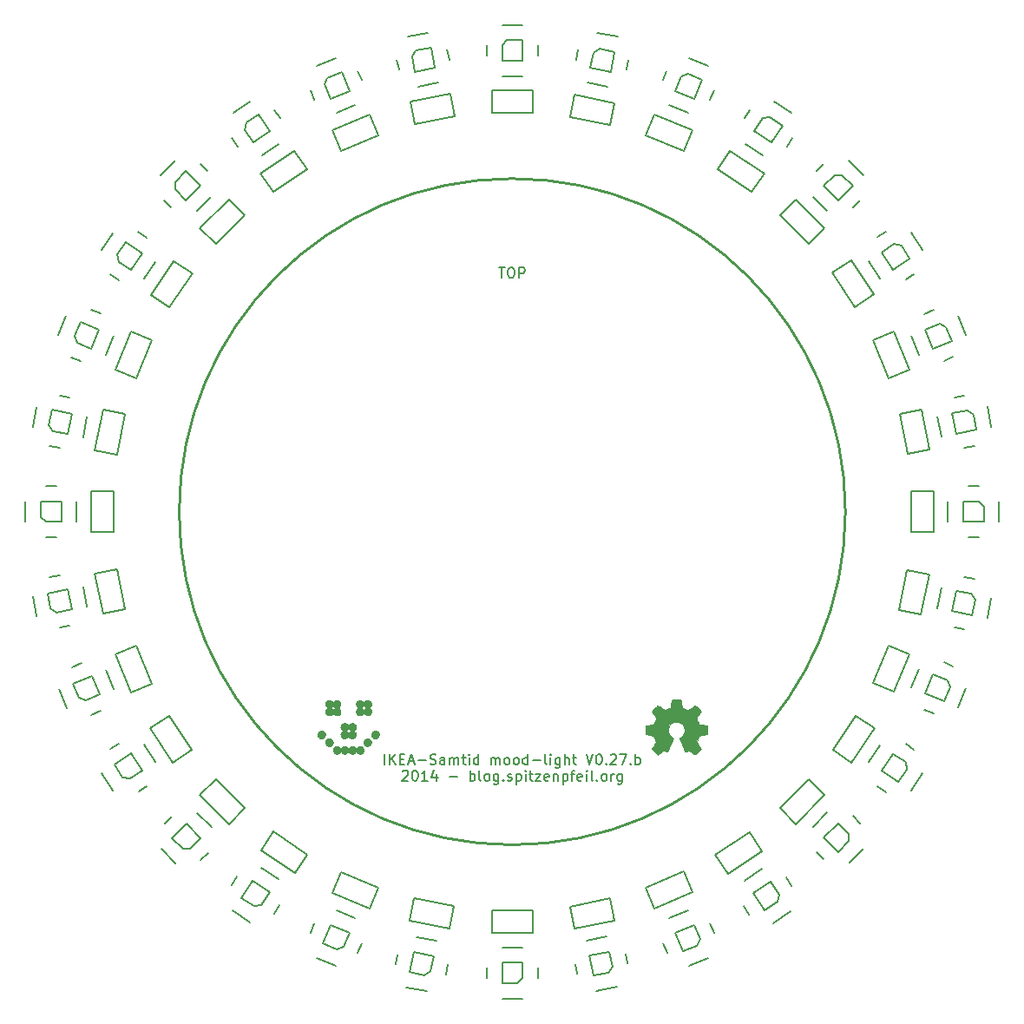
<source format=gto>
%FSLAX34Y34*%
G04 Gerber Fmt 3.4, Leading zero omitted, Abs format*
G04 (created by PCBNEW (2014-06-29 BZR 4957)-product) date Sun 17 Aug 2014 05:39:30 PM CEST*
%MOIN*%
G01*
G70*
G90*
G04 APERTURE LIST*
%ADD10C,0.003937*%
%ADD11C,0.007874*%
%ADD12C,0.009843*%
%ADD13C,0.008000*%
%ADD14C,0.000100*%
%ADD15C,0.078740*%
%ADD16R,0.059000X0.051100*%
%ADD17R,0.051100X0.059000*%
%ADD18R,0.055118X0.070866*%
%ADD19R,0.019685X0.039370*%
%ADD20R,0.070866X0.055118*%
%ADD21R,0.039370X0.019685*%
G04 APERTURE END LIST*
G54D10*
G54D11*
X54152Y-47107D02*
X54152Y-46713D01*
X54340Y-47107D02*
X54340Y-46713D01*
X54565Y-47107D02*
X54396Y-46882D01*
X54565Y-46713D02*
X54340Y-46938D01*
X54733Y-46901D02*
X54865Y-46901D01*
X54921Y-47107D02*
X54733Y-47107D01*
X54733Y-46713D01*
X54921Y-46713D01*
X55071Y-46994D02*
X55258Y-46994D01*
X55033Y-47107D02*
X55164Y-46713D01*
X55296Y-47107D01*
X55427Y-46957D02*
X55727Y-46957D01*
X55896Y-47088D02*
X55952Y-47107D01*
X56046Y-47107D01*
X56083Y-47088D01*
X56102Y-47069D01*
X56121Y-47032D01*
X56121Y-46994D01*
X56102Y-46957D01*
X56083Y-46938D01*
X56046Y-46919D01*
X55971Y-46901D01*
X55933Y-46882D01*
X55914Y-46863D01*
X55896Y-46826D01*
X55896Y-46788D01*
X55914Y-46751D01*
X55933Y-46732D01*
X55971Y-46713D01*
X56064Y-46713D01*
X56121Y-46732D01*
X56458Y-47107D02*
X56458Y-46901D01*
X56439Y-46863D01*
X56402Y-46844D01*
X56327Y-46844D01*
X56289Y-46863D01*
X56458Y-47088D02*
X56421Y-47107D01*
X56327Y-47107D01*
X56289Y-47088D01*
X56271Y-47050D01*
X56271Y-47013D01*
X56289Y-46976D01*
X56327Y-46957D01*
X56421Y-46957D01*
X56458Y-46938D01*
X56646Y-47107D02*
X56646Y-46844D01*
X56646Y-46882D02*
X56664Y-46863D01*
X56702Y-46844D01*
X56758Y-46844D01*
X56796Y-46863D01*
X56814Y-46901D01*
X56814Y-47107D01*
X56814Y-46901D02*
X56833Y-46863D01*
X56871Y-46844D01*
X56927Y-46844D01*
X56964Y-46863D01*
X56983Y-46901D01*
X56983Y-47107D01*
X57114Y-46844D02*
X57264Y-46844D01*
X57170Y-46713D02*
X57170Y-47050D01*
X57189Y-47088D01*
X57227Y-47107D01*
X57264Y-47107D01*
X57395Y-47107D02*
X57395Y-46844D01*
X57395Y-46713D02*
X57377Y-46732D01*
X57395Y-46751D01*
X57414Y-46732D01*
X57395Y-46713D01*
X57395Y-46751D01*
X57752Y-47107D02*
X57752Y-46713D01*
X57752Y-47088D02*
X57714Y-47107D01*
X57639Y-47107D01*
X57602Y-47088D01*
X57583Y-47069D01*
X57564Y-47032D01*
X57564Y-46919D01*
X57583Y-46882D01*
X57602Y-46863D01*
X57639Y-46844D01*
X57714Y-46844D01*
X57752Y-46863D01*
X58239Y-47107D02*
X58239Y-46844D01*
X58239Y-46882D02*
X58258Y-46863D01*
X58295Y-46844D01*
X58352Y-46844D01*
X58389Y-46863D01*
X58408Y-46901D01*
X58408Y-47107D01*
X58408Y-46901D02*
X58427Y-46863D01*
X58464Y-46844D01*
X58520Y-46844D01*
X58558Y-46863D01*
X58577Y-46901D01*
X58577Y-47107D01*
X58820Y-47107D02*
X58783Y-47088D01*
X58764Y-47069D01*
X58745Y-47032D01*
X58745Y-46919D01*
X58764Y-46882D01*
X58783Y-46863D01*
X58820Y-46844D01*
X58877Y-46844D01*
X58914Y-46863D01*
X58933Y-46882D01*
X58952Y-46919D01*
X58952Y-47032D01*
X58933Y-47069D01*
X58914Y-47088D01*
X58877Y-47107D01*
X58820Y-47107D01*
X59176Y-47107D02*
X59139Y-47088D01*
X59120Y-47069D01*
X59101Y-47032D01*
X59101Y-46919D01*
X59120Y-46882D01*
X59139Y-46863D01*
X59176Y-46844D01*
X59233Y-46844D01*
X59270Y-46863D01*
X59289Y-46882D01*
X59308Y-46919D01*
X59308Y-47032D01*
X59289Y-47069D01*
X59270Y-47088D01*
X59233Y-47107D01*
X59176Y-47107D01*
X59645Y-47107D02*
X59645Y-46713D01*
X59645Y-47088D02*
X59608Y-47107D01*
X59533Y-47107D01*
X59495Y-47088D01*
X59476Y-47069D01*
X59458Y-47032D01*
X59458Y-46919D01*
X59476Y-46882D01*
X59495Y-46863D01*
X59533Y-46844D01*
X59608Y-46844D01*
X59645Y-46863D01*
X59833Y-46957D02*
X60133Y-46957D01*
X60376Y-47107D02*
X60339Y-47088D01*
X60320Y-47050D01*
X60320Y-46713D01*
X60526Y-47107D02*
X60526Y-46844D01*
X60526Y-46713D02*
X60508Y-46732D01*
X60526Y-46751D01*
X60545Y-46732D01*
X60526Y-46713D01*
X60526Y-46751D01*
X60883Y-46844D02*
X60883Y-47163D01*
X60864Y-47200D01*
X60845Y-47219D01*
X60808Y-47238D01*
X60751Y-47238D01*
X60714Y-47219D01*
X60883Y-47088D02*
X60845Y-47107D01*
X60770Y-47107D01*
X60733Y-47088D01*
X60714Y-47069D01*
X60695Y-47032D01*
X60695Y-46919D01*
X60714Y-46882D01*
X60733Y-46863D01*
X60770Y-46844D01*
X60845Y-46844D01*
X60883Y-46863D01*
X61070Y-47107D02*
X61070Y-46713D01*
X61239Y-47107D02*
X61239Y-46901D01*
X61220Y-46863D01*
X61182Y-46844D01*
X61126Y-46844D01*
X61089Y-46863D01*
X61070Y-46882D01*
X61370Y-46844D02*
X61520Y-46844D01*
X61426Y-46713D02*
X61426Y-47050D01*
X61445Y-47088D01*
X61482Y-47107D01*
X61520Y-47107D01*
X61895Y-46713D02*
X62026Y-47107D01*
X62157Y-46713D01*
X62364Y-46713D02*
X62401Y-46713D01*
X62439Y-46732D01*
X62457Y-46751D01*
X62476Y-46788D01*
X62495Y-46863D01*
X62495Y-46957D01*
X62476Y-47032D01*
X62457Y-47069D01*
X62439Y-47088D01*
X62401Y-47107D01*
X62364Y-47107D01*
X62326Y-47088D01*
X62307Y-47069D01*
X62289Y-47032D01*
X62270Y-46957D01*
X62270Y-46863D01*
X62289Y-46788D01*
X62307Y-46751D01*
X62326Y-46732D01*
X62364Y-46713D01*
X62664Y-47069D02*
X62682Y-47088D01*
X62664Y-47107D01*
X62645Y-47088D01*
X62664Y-47069D01*
X62664Y-47107D01*
X62832Y-46751D02*
X62851Y-46732D01*
X62889Y-46713D01*
X62982Y-46713D01*
X63020Y-46732D01*
X63038Y-46751D01*
X63057Y-46788D01*
X63057Y-46826D01*
X63038Y-46882D01*
X62814Y-47107D01*
X63057Y-47107D01*
X63188Y-46713D02*
X63451Y-46713D01*
X63282Y-47107D01*
X63601Y-47069D02*
X63620Y-47088D01*
X63601Y-47107D01*
X63582Y-47088D01*
X63601Y-47069D01*
X63601Y-47107D01*
X63788Y-47107D02*
X63788Y-46713D01*
X63788Y-46863D02*
X63826Y-46844D01*
X63901Y-46844D01*
X63938Y-46863D01*
X63957Y-46882D01*
X63976Y-46919D01*
X63976Y-47032D01*
X63957Y-47069D01*
X63938Y-47088D01*
X63901Y-47107D01*
X63826Y-47107D01*
X63788Y-47088D01*
X54827Y-47380D02*
X54846Y-47362D01*
X54883Y-47343D01*
X54977Y-47343D01*
X55014Y-47362D01*
X55033Y-47380D01*
X55052Y-47418D01*
X55052Y-47455D01*
X55033Y-47512D01*
X54808Y-47737D01*
X55052Y-47737D01*
X55296Y-47343D02*
X55333Y-47343D01*
X55371Y-47362D01*
X55389Y-47380D01*
X55408Y-47418D01*
X55427Y-47493D01*
X55427Y-47587D01*
X55408Y-47662D01*
X55389Y-47699D01*
X55371Y-47718D01*
X55333Y-47737D01*
X55296Y-47737D01*
X55258Y-47718D01*
X55239Y-47699D01*
X55221Y-47662D01*
X55202Y-47587D01*
X55202Y-47493D01*
X55221Y-47418D01*
X55239Y-47380D01*
X55258Y-47362D01*
X55296Y-47343D01*
X55802Y-47737D02*
X55577Y-47737D01*
X55689Y-47737D02*
X55689Y-47343D01*
X55652Y-47399D01*
X55614Y-47437D01*
X55577Y-47455D01*
X56139Y-47474D02*
X56139Y-47737D01*
X56046Y-47324D02*
X55952Y-47605D01*
X56196Y-47605D01*
X56646Y-47587D02*
X56946Y-47587D01*
X57433Y-47737D02*
X57433Y-47343D01*
X57433Y-47493D02*
X57470Y-47474D01*
X57545Y-47474D01*
X57583Y-47493D01*
X57602Y-47512D01*
X57620Y-47549D01*
X57620Y-47662D01*
X57602Y-47699D01*
X57583Y-47718D01*
X57545Y-47737D01*
X57470Y-47737D01*
X57433Y-47718D01*
X57845Y-47737D02*
X57808Y-47718D01*
X57789Y-47680D01*
X57789Y-47343D01*
X58052Y-47737D02*
X58014Y-47718D01*
X57995Y-47699D01*
X57977Y-47662D01*
X57977Y-47549D01*
X57995Y-47512D01*
X58014Y-47493D01*
X58052Y-47474D01*
X58108Y-47474D01*
X58145Y-47493D01*
X58164Y-47512D01*
X58183Y-47549D01*
X58183Y-47662D01*
X58164Y-47699D01*
X58145Y-47718D01*
X58108Y-47737D01*
X58052Y-47737D01*
X58520Y-47474D02*
X58520Y-47793D01*
X58502Y-47830D01*
X58483Y-47849D01*
X58445Y-47868D01*
X58389Y-47868D01*
X58352Y-47849D01*
X58520Y-47718D02*
X58483Y-47737D01*
X58408Y-47737D01*
X58370Y-47718D01*
X58352Y-47699D01*
X58333Y-47662D01*
X58333Y-47549D01*
X58352Y-47512D01*
X58370Y-47493D01*
X58408Y-47474D01*
X58483Y-47474D01*
X58520Y-47493D01*
X58708Y-47699D02*
X58727Y-47718D01*
X58708Y-47737D01*
X58689Y-47718D01*
X58708Y-47699D01*
X58708Y-47737D01*
X58877Y-47718D02*
X58914Y-47737D01*
X58989Y-47737D01*
X59026Y-47718D01*
X59045Y-47680D01*
X59045Y-47662D01*
X59026Y-47624D01*
X58989Y-47605D01*
X58933Y-47605D01*
X58895Y-47587D01*
X58877Y-47549D01*
X58877Y-47530D01*
X58895Y-47493D01*
X58933Y-47474D01*
X58989Y-47474D01*
X59026Y-47493D01*
X59214Y-47474D02*
X59214Y-47868D01*
X59214Y-47493D02*
X59251Y-47474D01*
X59326Y-47474D01*
X59364Y-47493D01*
X59383Y-47512D01*
X59401Y-47549D01*
X59401Y-47662D01*
X59383Y-47699D01*
X59364Y-47718D01*
X59326Y-47737D01*
X59251Y-47737D01*
X59214Y-47718D01*
X59570Y-47737D02*
X59570Y-47474D01*
X59570Y-47343D02*
X59551Y-47362D01*
X59570Y-47380D01*
X59589Y-47362D01*
X59570Y-47343D01*
X59570Y-47380D01*
X59701Y-47474D02*
X59851Y-47474D01*
X59758Y-47343D02*
X59758Y-47680D01*
X59776Y-47718D01*
X59814Y-47737D01*
X59851Y-47737D01*
X59945Y-47474D02*
X60151Y-47474D01*
X59945Y-47737D01*
X60151Y-47737D01*
X60451Y-47718D02*
X60414Y-47737D01*
X60339Y-47737D01*
X60301Y-47718D01*
X60283Y-47680D01*
X60283Y-47530D01*
X60301Y-47493D01*
X60339Y-47474D01*
X60414Y-47474D01*
X60451Y-47493D01*
X60470Y-47530D01*
X60470Y-47568D01*
X60283Y-47605D01*
X60639Y-47474D02*
X60639Y-47737D01*
X60639Y-47512D02*
X60658Y-47493D01*
X60695Y-47474D01*
X60751Y-47474D01*
X60789Y-47493D01*
X60808Y-47530D01*
X60808Y-47737D01*
X60995Y-47474D02*
X60995Y-47868D01*
X60995Y-47493D02*
X61032Y-47474D01*
X61107Y-47474D01*
X61145Y-47493D01*
X61164Y-47512D01*
X61182Y-47549D01*
X61182Y-47662D01*
X61164Y-47699D01*
X61145Y-47718D01*
X61107Y-47737D01*
X61032Y-47737D01*
X60995Y-47718D01*
X61295Y-47474D02*
X61445Y-47474D01*
X61351Y-47737D02*
X61351Y-47399D01*
X61370Y-47362D01*
X61407Y-47343D01*
X61445Y-47343D01*
X61726Y-47718D02*
X61689Y-47737D01*
X61614Y-47737D01*
X61576Y-47718D01*
X61557Y-47680D01*
X61557Y-47530D01*
X61576Y-47493D01*
X61614Y-47474D01*
X61689Y-47474D01*
X61726Y-47493D01*
X61745Y-47530D01*
X61745Y-47568D01*
X61557Y-47605D01*
X61914Y-47737D02*
X61914Y-47474D01*
X61914Y-47343D02*
X61895Y-47362D01*
X61914Y-47380D01*
X61932Y-47362D01*
X61914Y-47343D01*
X61914Y-47380D01*
X62157Y-47737D02*
X62120Y-47718D01*
X62101Y-47680D01*
X62101Y-47343D01*
X62307Y-47699D02*
X62326Y-47718D01*
X62307Y-47737D01*
X62289Y-47718D01*
X62307Y-47699D01*
X62307Y-47737D01*
X62551Y-47737D02*
X62514Y-47718D01*
X62495Y-47699D01*
X62476Y-47662D01*
X62476Y-47549D01*
X62495Y-47512D01*
X62514Y-47493D01*
X62551Y-47474D01*
X62607Y-47474D01*
X62645Y-47493D01*
X62664Y-47512D01*
X62682Y-47549D01*
X62682Y-47662D01*
X62664Y-47699D01*
X62645Y-47718D01*
X62607Y-47737D01*
X62551Y-47737D01*
X62851Y-47737D02*
X62851Y-47474D01*
X62851Y-47549D02*
X62870Y-47512D01*
X62889Y-47493D01*
X62926Y-47474D01*
X62964Y-47474D01*
X63263Y-47474D02*
X63263Y-47793D01*
X63245Y-47830D01*
X63226Y-47849D01*
X63188Y-47868D01*
X63132Y-47868D01*
X63095Y-47849D01*
X63263Y-47718D02*
X63226Y-47737D01*
X63151Y-47737D01*
X63113Y-47718D01*
X63095Y-47699D01*
X63076Y-47662D01*
X63076Y-47549D01*
X63095Y-47512D01*
X63113Y-47493D01*
X63151Y-47474D01*
X63226Y-47474D01*
X63263Y-47493D01*
X58543Y-28024D02*
X58768Y-28024D01*
X58655Y-28418D02*
X58655Y-28024D01*
X58974Y-28024D02*
X59049Y-28024D01*
X59087Y-28043D01*
X59124Y-28080D01*
X59143Y-28155D01*
X59143Y-28287D01*
X59124Y-28362D01*
X59087Y-28399D01*
X59049Y-28418D01*
X58974Y-28418D01*
X58937Y-28399D01*
X58899Y-28362D01*
X58880Y-28287D01*
X58880Y-28155D01*
X58899Y-28080D01*
X58937Y-28043D01*
X58974Y-28024D01*
X59312Y-28418D02*
X59312Y-28024D01*
X59462Y-28024D01*
X59499Y-28043D01*
X59518Y-28062D01*
X59537Y-28099D01*
X59537Y-28155D01*
X59518Y-28193D01*
X59499Y-28212D01*
X59462Y-28230D01*
X59312Y-28230D01*
G54D12*
X71850Y-37401D02*
G75*
G03X71850Y-37401I-12795J0D01*
G74*
G01*
G54D11*
X55296Y-22508D02*
X56841Y-22199D01*
X55296Y-22508D02*
X55127Y-21658D01*
X55127Y-21658D02*
X56671Y-21350D01*
X56671Y-21350D02*
X56841Y-22199D01*
X52469Y-23536D02*
X53924Y-22933D01*
X52469Y-23536D02*
X52138Y-22735D01*
X52138Y-22735D02*
X53593Y-22133D01*
X53593Y-22133D02*
X53924Y-22933D01*
X49862Y-25128D02*
X51170Y-24252D01*
X49862Y-25128D02*
X49380Y-24408D01*
X49380Y-24408D02*
X50688Y-23532D01*
X50688Y-23532D02*
X51170Y-24252D01*
X47662Y-27122D02*
X48776Y-26009D01*
X47662Y-27122D02*
X47050Y-26510D01*
X47050Y-26510D02*
X48163Y-25396D01*
X48163Y-25396D02*
X48776Y-26009D01*
X45887Y-29556D02*
X46761Y-28246D01*
X45887Y-29556D02*
X45167Y-29076D01*
X45167Y-29076D02*
X46041Y-27766D01*
X46041Y-27766D02*
X46761Y-28246D01*
X44606Y-32271D02*
X45209Y-30816D01*
X44606Y-32271D02*
X43806Y-31939D01*
X43806Y-31939D02*
X44409Y-30484D01*
X44409Y-30484D02*
X45209Y-30816D01*
X43874Y-35206D02*
X44180Y-33662D01*
X43874Y-35206D02*
X43024Y-35038D01*
X43024Y-35038D02*
X43330Y-33493D01*
X43330Y-33493D02*
X44180Y-33662D01*
X43740Y-38188D02*
X43740Y-36614D01*
X43740Y-38188D02*
X42874Y-38188D01*
X42874Y-38188D02*
X42874Y-36614D01*
X42874Y-36614D02*
X43740Y-36614D01*
X44181Y-41159D02*
X43872Y-39615D01*
X44181Y-41159D02*
X43331Y-41329D01*
X43331Y-41329D02*
X43023Y-39785D01*
X43023Y-39785D02*
X43872Y-39615D01*
X45209Y-44006D02*
X44606Y-42551D01*
X45209Y-44006D02*
X44409Y-44338D01*
X44409Y-44338D02*
X43806Y-42883D01*
X43806Y-42883D02*
X44606Y-42551D01*
X46742Y-46555D02*
X45866Y-45246D01*
X46742Y-46555D02*
X46023Y-47036D01*
X46023Y-47036D02*
X45146Y-45728D01*
X45146Y-45728D02*
X45866Y-45246D01*
X48776Y-48793D02*
X47662Y-47680D01*
X48776Y-48793D02*
X48163Y-49406D01*
X48163Y-49406D02*
X47050Y-48292D01*
X47050Y-48292D02*
X47662Y-47680D01*
X51190Y-50568D02*
X49880Y-49694D01*
X51190Y-50568D02*
X50710Y-51289D01*
X50710Y-51289D02*
X49399Y-50415D01*
X49399Y-50415D02*
X49880Y-49694D01*
X53924Y-51850D02*
X52469Y-51247D01*
X53924Y-51850D02*
X53593Y-52650D01*
X53593Y-52650D02*
X52138Y-52047D01*
X52138Y-52047D02*
X52469Y-51247D01*
X56821Y-52562D02*
X55276Y-52256D01*
X56821Y-52562D02*
X56652Y-53412D01*
X56652Y-53412D02*
X55108Y-53106D01*
X55108Y-53106D02*
X55276Y-52256D01*
X59842Y-52716D02*
X58267Y-52716D01*
X59842Y-52716D02*
X59842Y-53582D01*
X59842Y-53582D02*
X58267Y-53582D01*
X58267Y-53582D02*
X58267Y-52716D01*
X62810Y-52252D02*
X61267Y-52568D01*
X62810Y-52252D02*
X62984Y-53100D01*
X62984Y-53100D02*
X61441Y-53417D01*
X61441Y-53417D02*
X61267Y-52568D01*
X65636Y-51224D02*
X64185Y-51835D01*
X65636Y-51224D02*
X65972Y-52023D01*
X65972Y-52023D02*
X64520Y-52633D01*
X64520Y-52633D02*
X64185Y-51835D01*
X68166Y-49712D02*
X66860Y-50593D01*
X68166Y-49712D02*
X68650Y-50430D01*
X68650Y-50430D02*
X67345Y-51311D01*
X67345Y-51311D02*
X66860Y-50593D01*
X70447Y-47680D02*
X69333Y-48793D01*
X70447Y-47680D02*
X71059Y-48292D01*
X71059Y-48292D02*
X69946Y-49406D01*
X69946Y-49406D02*
X69333Y-48793D01*
X72243Y-45246D02*
X71367Y-46555D01*
X72243Y-45246D02*
X72963Y-45728D01*
X72963Y-45728D02*
X72087Y-47036D01*
X72087Y-47036D02*
X71367Y-46555D01*
X73505Y-42531D02*
X72899Y-43985D01*
X73505Y-42531D02*
X74304Y-42864D01*
X74304Y-42864D02*
X73699Y-44318D01*
X73699Y-44318D02*
X72899Y-43985D01*
X74217Y-39635D02*
X73909Y-41179D01*
X74217Y-39635D02*
X75067Y-39804D01*
X75067Y-39804D02*
X74758Y-41349D01*
X74758Y-41349D02*
X73909Y-41179D01*
X74370Y-36614D02*
X74370Y-38188D01*
X74370Y-36614D02*
X75236Y-36614D01*
X75236Y-36614D02*
X75236Y-38188D01*
X75236Y-38188D02*
X74370Y-38188D01*
X73930Y-33642D02*
X74235Y-35187D01*
X73930Y-33642D02*
X74779Y-33474D01*
X74779Y-33474D02*
X75085Y-35018D01*
X75085Y-35018D02*
X74235Y-35187D01*
X72899Y-30817D02*
X73505Y-32271D01*
X72899Y-30817D02*
X73699Y-30484D01*
X73699Y-30484D02*
X74304Y-31938D01*
X74304Y-31938D02*
X73505Y-32271D01*
X71347Y-28228D02*
X72223Y-29536D01*
X71347Y-28228D02*
X72067Y-27746D01*
X72067Y-27746D02*
X72943Y-29055D01*
X72943Y-29055D02*
X72223Y-29536D01*
X69333Y-26009D02*
X70447Y-27122D01*
X69333Y-26009D02*
X69946Y-25396D01*
X69946Y-25396D02*
X71059Y-26510D01*
X71059Y-26510D02*
X70447Y-27122D01*
X66939Y-24252D02*
X68248Y-25128D01*
X66939Y-24252D02*
X67421Y-23532D01*
X67421Y-23532D02*
X68729Y-24408D01*
X68729Y-24408D02*
X68248Y-25128D01*
X64185Y-22933D02*
X65640Y-23536D01*
X64185Y-22933D02*
X64517Y-22133D01*
X64517Y-22133D02*
X65971Y-22735D01*
X65971Y-22735D02*
X65640Y-23536D01*
X61268Y-22238D02*
X62813Y-22547D01*
X61268Y-22238D02*
X61438Y-21389D01*
X61438Y-21389D02*
X62982Y-21698D01*
X62982Y-21698D02*
X62813Y-22547D01*
X58267Y-22086D02*
X59842Y-22086D01*
X58267Y-22086D02*
X58267Y-21220D01*
X58267Y-21220D02*
X59842Y-21220D01*
X59842Y-21220D02*
X59842Y-22086D01*
X55938Y-19576D02*
X56093Y-20348D01*
X56093Y-20348D02*
X55320Y-20502D01*
X55320Y-20502D02*
X55205Y-19923D01*
X55205Y-19923D02*
X55359Y-19691D01*
X55359Y-19691D02*
X55938Y-19576D01*
G54D13*
X55823Y-18997D02*
X55050Y-19151D01*
X54626Y-20039D02*
X54703Y-20425D01*
X56208Y-20927D02*
X55436Y-21081D01*
X56556Y-19653D02*
X56633Y-20039D01*
G54D11*
X52496Y-20509D02*
X52797Y-21236D01*
X52797Y-21236D02*
X52070Y-21538D01*
X52070Y-21538D02*
X51844Y-20992D01*
X51844Y-20992D02*
X51950Y-20735D01*
X51950Y-20735D02*
X52496Y-20509D01*
G54D13*
X52270Y-19963D02*
X51543Y-20264D01*
X51298Y-21218D02*
X51449Y-21582D01*
X53023Y-21782D02*
X52296Y-22083D01*
X53117Y-20465D02*
X53268Y-20828D01*
G54D11*
X49320Y-22130D02*
X49758Y-22785D01*
X49758Y-22785D02*
X49104Y-23223D01*
X49104Y-23223D02*
X48775Y-22732D01*
X48775Y-22732D02*
X48830Y-22459D01*
X48830Y-22459D02*
X49320Y-22130D01*
G54D13*
X48992Y-21640D02*
X48337Y-22078D01*
X48285Y-23061D02*
X48504Y-23388D01*
X50087Y-23276D02*
X49432Y-23714D01*
X49920Y-21966D02*
X50140Y-22293D01*
G54D11*
X46515Y-24325D02*
X47072Y-24881D01*
X47072Y-24881D02*
X46515Y-25438D01*
X46515Y-25438D02*
X46098Y-25021D01*
X46098Y-25021D02*
X46098Y-24742D01*
X46098Y-24742D02*
X46515Y-24325D01*
G54D13*
X46098Y-23907D02*
X45541Y-24464D01*
X45680Y-25438D02*
X45958Y-25717D01*
X47490Y-25299D02*
X46933Y-25856D01*
X47072Y-24046D02*
X47350Y-24325D01*
G54D11*
X44201Y-27032D02*
X44857Y-27469D01*
X44857Y-27469D02*
X44420Y-28124D01*
X44420Y-28124D02*
X43928Y-27797D01*
X43928Y-27797D02*
X43874Y-27524D01*
X43874Y-27524D02*
X44201Y-27032D01*
G54D13*
X43710Y-26705D02*
X43273Y-27360D01*
X43601Y-28288D02*
X43928Y-28506D01*
X45348Y-27797D02*
X44911Y-28452D01*
X44693Y-26650D02*
X45020Y-26869D01*
G54D11*
X42464Y-30115D02*
X43191Y-30416D01*
X43191Y-30416D02*
X42890Y-31144D01*
X42890Y-31144D02*
X42344Y-30918D01*
X42344Y-30918D02*
X42238Y-30661D01*
X42238Y-30661D02*
X42464Y-30115D01*
G54D13*
X41918Y-29889D02*
X41617Y-30616D01*
X42118Y-31463D02*
X42482Y-31614D01*
X43737Y-30642D02*
X43435Y-31370D01*
X42871Y-29645D02*
X43235Y-29795D01*
G54D11*
X41363Y-33494D02*
X42135Y-33646D01*
X42135Y-33646D02*
X41982Y-34419D01*
X41982Y-34419D02*
X41403Y-34304D01*
X41403Y-34304D02*
X41248Y-34073D01*
X41248Y-34073D02*
X41363Y-33494D01*
G54D13*
X40784Y-33379D02*
X40631Y-34151D01*
X41288Y-34883D02*
X41675Y-34960D01*
X42715Y-33761D02*
X42562Y-34534D01*
X41671Y-32952D02*
X42057Y-33029D01*
G54D11*
X40944Y-37007D02*
X41732Y-37007D01*
X41732Y-37007D02*
X41732Y-37795D01*
X41732Y-37795D02*
X41141Y-37795D01*
X41141Y-37795D02*
X40944Y-37598D01*
X40944Y-37598D02*
X40944Y-37007D01*
G54D13*
X40354Y-37007D02*
X40354Y-37795D01*
X41141Y-38385D02*
X41535Y-38385D01*
X42322Y-37007D02*
X42322Y-37795D01*
X41141Y-36417D02*
X41535Y-36417D01*
G54D11*
X41210Y-40537D02*
X41982Y-40383D01*
X41982Y-40383D02*
X42136Y-41155D01*
X42136Y-41155D02*
X41557Y-41271D01*
X41557Y-41271D02*
X41325Y-41116D01*
X41325Y-41116D02*
X41210Y-40537D01*
G54D13*
X40630Y-40653D02*
X40785Y-41425D01*
X41673Y-41850D02*
X42059Y-41773D01*
X42561Y-40267D02*
X42715Y-41039D01*
X41287Y-39919D02*
X41673Y-39842D01*
G54D11*
X42182Y-43999D02*
X42909Y-43698D01*
X42909Y-43698D02*
X43211Y-44425D01*
X43211Y-44425D02*
X42665Y-44651D01*
X42665Y-44651D02*
X42408Y-44545D01*
X42408Y-44545D02*
X42182Y-43999D01*
G54D13*
X41636Y-44225D02*
X41938Y-44952D01*
X42891Y-45197D02*
X43255Y-45046D01*
X43455Y-43472D02*
X43756Y-44199D01*
X42138Y-43378D02*
X42502Y-43227D01*
G54D11*
X43764Y-47116D02*
X44419Y-46678D01*
X44419Y-46678D02*
X44857Y-47332D01*
X44857Y-47332D02*
X44366Y-47661D01*
X44366Y-47661D02*
X44093Y-47607D01*
X44093Y-47607D02*
X43764Y-47116D01*
G54D13*
X43274Y-47444D02*
X43712Y-48099D01*
X44694Y-48151D02*
X45022Y-47932D01*
X44909Y-46349D02*
X45347Y-47004D01*
X43599Y-46516D02*
X43927Y-46297D01*
G54D11*
X45978Y-49940D02*
X46535Y-49384D01*
X46535Y-49384D02*
X47092Y-49940D01*
X47092Y-49940D02*
X46674Y-50358D01*
X46674Y-50358D02*
X46396Y-50358D01*
X46396Y-50358D02*
X45978Y-49940D01*
G54D13*
X45561Y-50358D02*
X46117Y-50915D01*
X47092Y-50776D02*
X47370Y-50497D01*
X46953Y-48966D02*
X47509Y-49523D01*
X45700Y-49384D02*
X45978Y-49105D01*
G54D11*
X48646Y-52235D02*
X49083Y-51580D01*
X49083Y-51580D02*
X49738Y-52016D01*
X49738Y-52016D02*
X49411Y-52508D01*
X49411Y-52508D02*
X49138Y-52562D01*
X49138Y-52562D02*
X48646Y-52235D01*
G54D13*
X48319Y-52726D02*
X48974Y-53163D01*
X49902Y-52835D02*
X50120Y-52508D01*
X49411Y-51088D02*
X50066Y-51525D01*
X48264Y-51743D02*
X48483Y-51416D01*
G54D11*
X51769Y-53992D02*
X52070Y-53265D01*
X52070Y-53265D02*
X52797Y-53566D01*
X52797Y-53566D02*
X52571Y-54112D01*
X52571Y-54112D02*
X52314Y-54218D01*
X52314Y-54218D02*
X51769Y-53992D01*
G54D13*
X51543Y-54538D02*
X52270Y-54839D01*
X53117Y-54338D02*
X53268Y-53974D01*
X52296Y-52719D02*
X53023Y-53020D01*
X51298Y-53584D02*
X51449Y-53221D01*
G54D11*
X55108Y-55093D02*
X55261Y-54320D01*
X55261Y-54320D02*
X56033Y-54473D01*
X56033Y-54473D02*
X55918Y-55053D01*
X55918Y-55053D02*
X55687Y-55207D01*
X55687Y-55207D02*
X55108Y-55093D01*
G54D13*
X54993Y-55672D02*
X55765Y-55825D01*
X56498Y-55167D02*
X56574Y-54781D01*
X55375Y-53741D02*
X56148Y-53894D01*
X54567Y-54785D02*
X54643Y-54399D01*
G54D11*
X58661Y-55511D02*
X58661Y-54724D01*
X58661Y-54724D02*
X59448Y-54724D01*
X59448Y-54724D02*
X59448Y-55314D01*
X59448Y-55314D02*
X59251Y-55511D01*
X59251Y-55511D02*
X58661Y-55511D01*
G54D13*
X58661Y-56102D02*
X59448Y-56102D01*
X60039Y-55314D02*
X60039Y-54921D01*
X58661Y-54133D02*
X59448Y-54133D01*
X58070Y-55314D02*
X58070Y-54921D01*
G54D11*
X62173Y-55228D02*
X62015Y-54457D01*
X62015Y-54457D02*
X62786Y-54298D01*
X62786Y-54298D02*
X62905Y-54877D01*
X62905Y-54877D02*
X62752Y-55109D01*
X62752Y-55109D02*
X62173Y-55228D01*
G54D13*
X62292Y-55807D02*
X63063Y-55648D01*
X63484Y-54758D02*
X63404Y-54373D01*
X61896Y-53878D02*
X62668Y-53720D01*
X61555Y-55154D02*
X61476Y-54768D01*
G54D11*
X65616Y-54295D02*
X65311Y-53569D01*
X65311Y-53569D02*
X66037Y-53264D01*
X66037Y-53264D02*
X66265Y-53808D01*
X66265Y-53808D02*
X66160Y-54066D01*
X66160Y-54066D02*
X65616Y-54295D01*
G54D13*
X65845Y-54839D02*
X66571Y-54534D01*
X66810Y-53579D02*
X66657Y-53216D01*
X65082Y-53024D02*
X65808Y-52719D01*
X64995Y-54342D02*
X64843Y-53979D01*
G54D11*
X68752Y-52711D02*
X68311Y-52059D01*
X68311Y-52059D02*
X68964Y-51618D01*
X68964Y-51618D02*
X69294Y-52108D01*
X69294Y-52108D02*
X69241Y-52381D01*
X69241Y-52381D02*
X68752Y-52711D01*
G54D13*
X69082Y-53201D02*
X69735Y-52761D01*
X69784Y-51778D02*
X69564Y-51451D01*
X67981Y-51569D02*
X68634Y-51129D01*
X68152Y-52878D02*
X67932Y-52552D01*
G54D11*
X71575Y-50478D02*
X71018Y-49922D01*
X71018Y-49922D02*
X71573Y-49364D01*
X71573Y-49364D02*
X71992Y-49781D01*
X71992Y-49781D02*
X71992Y-50059D01*
X71992Y-50059D02*
X71575Y-50478D01*
G54D13*
X71994Y-50894D02*
X72549Y-50337D01*
X72408Y-49363D02*
X72130Y-49085D01*
X70599Y-49505D02*
X71155Y-48947D01*
X71019Y-50757D02*
X70740Y-50479D01*
G54D11*
X73888Y-47790D02*
X73233Y-47353D01*
X73233Y-47353D02*
X73670Y-46698D01*
X73670Y-46698D02*
X74161Y-47025D01*
X74161Y-47025D02*
X74216Y-47298D01*
X74216Y-47298D02*
X73888Y-47790D01*
G54D13*
X74379Y-48117D02*
X74816Y-47462D01*
X74489Y-46534D02*
X74161Y-46316D01*
X72742Y-47025D02*
X73179Y-46370D01*
X73397Y-48172D02*
X73069Y-47953D01*
G54D11*
X75645Y-44687D02*
X74918Y-44385D01*
X74918Y-44385D02*
X75220Y-43658D01*
X75220Y-43658D02*
X75766Y-43885D01*
X75766Y-43885D02*
X75872Y-44142D01*
X75872Y-44142D02*
X75645Y-44687D01*
G54D13*
X76190Y-44914D02*
X76493Y-44188D01*
X75993Y-43340D02*
X75629Y-43188D01*
X74373Y-44158D02*
X74675Y-43431D01*
X75236Y-45157D02*
X74873Y-45006D01*
G54D11*
X76726Y-41368D02*
X75954Y-41214D01*
X75954Y-41214D02*
X76108Y-40442D01*
X76108Y-40442D02*
X76687Y-40558D01*
X76687Y-40558D02*
X76841Y-40789D01*
X76841Y-40789D02*
X76726Y-41368D01*
G54D13*
X77305Y-41484D02*
X77459Y-40712D01*
X76803Y-39978D02*
X76417Y-39901D01*
X75375Y-41098D02*
X75529Y-40326D01*
X76417Y-41909D02*
X76031Y-41832D01*
G54D11*
X77165Y-37795D02*
X76377Y-37795D01*
X76377Y-37795D02*
X76377Y-37007D01*
X76377Y-37007D02*
X76968Y-37007D01*
X76968Y-37007D02*
X77165Y-37204D01*
X77165Y-37204D02*
X77165Y-37795D01*
G54D13*
X77755Y-37795D02*
X77755Y-37007D01*
X76968Y-36417D02*
X76574Y-36417D01*
X75787Y-37795D02*
X75787Y-37007D01*
X76968Y-38385D02*
X76574Y-38385D01*
G54D11*
X76879Y-34246D02*
X76107Y-34399D01*
X76107Y-34399D02*
X75954Y-33627D01*
X75954Y-33627D02*
X76533Y-33512D01*
X76533Y-33512D02*
X76765Y-33667D01*
X76765Y-33667D02*
X76879Y-34246D01*
G54D13*
X77459Y-34132D02*
X77306Y-33359D01*
X76419Y-32933D02*
X76033Y-33009D01*
X75528Y-34514D02*
X75375Y-33741D01*
X76801Y-34864D02*
X76415Y-34940D01*
G54D11*
X75947Y-30842D02*
X75220Y-31144D01*
X75220Y-31144D02*
X74918Y-30417D01*
X74918Y-30417D02*
X75463Y-30190D01*
X75463Y-30190D02*
X75720Y-30296D01*
X75720Y-30296D02*
X75947Y-30842D01*
G54D13*
X76493Y-30615D02*
X76190Y-29888D01*
X75236Y-29645D02*
X74873Y-29796D01*
X74675Y-31371D02*
X74373Y-30644D01*
X75993Y-31462D02*
X75629Y-31614D01*
G54D11*
X74325Y-27667D02*
X73671Y-28105D01*
X73671Y-28105D02*
X73233Y-27450D01*
X73233Y-27450D02*
X73724Y-27122D01*
X73724Y-27122D02*
X73997Y-27176D01*
X73997Y-27176D02*
X74325Y-27667D01*
G54D13*
X74816Y-27338D02*
X74378Y-26684D01*
X73395Y-26631D02*
X73068Y-26850D01*
X73180Y-28433D02*
X72742Y-27779D01*
X74490Y-28267D02*
X74163Y-28486D01*
G54D11*
X72131Y-24881D02*
X71574Y-25438D01*
X71574Y-25438D02*
X71018Y-24881D01*
X71018Y-24881D02*
X71435Y-24464D01*
X71435Y-24464D02*
X71713Y-24464D01*
X71713Y-24464D02*
X72131Y-24881D01*
G54D13*
X72549Y-24464D02*
X71992Y-23907D01*
X71018Y-24046D02*
X70739Y-24325D01*
X71157Y-25856D02*
X70600Y-25299D01*
X72409Y-25438D02*
X72131Y-25717D01*
G54D11*
X69443Y-22569D02*
X69005Y-23223D01*
X69005Y-23223D02*
X68351Y-22785D01*
X68351Y-22785D02*
X68679Y-22294D01*
X68679Y-22294D02*
X68953Y-22240D01*
X68953Y-22240D02*
X69443Y-22569D01*
G54D13*
X69772Y-22078D02*
X69118Y-21640D01*
X68189Y-21966D02*
X67970Y-22293D01*
X68677Y-23714D02*
X68022Y-23276D01*
X69825Y-23061D02*
X69606Y-23388D01*
G54D11*
X66341Y-20810D02*
X66039Y-21538D01*
X66039Y-21538D02*
X65312Y-21236D01*
X65312Y-21236D02*
X65538Y-20691D01*
X65538Y-20691D02*
X65795Y-20584D01*
X65795Y-20584D02*
X66341Y-20810D01*
G54D13*
X66567Y-20264D02*
X65839Y-19963D01*
X64992Y-20465D02*
X64842Y-20828D01*
X65813Y-22083D02*
X65086Y-21782D01*
X66811Y-21218D02*
X66660Y-21582D01*
G54D11*
X62982Y-19730D02*
X62828Y-20502D01*
X62828Y-20502D02*
X62056Y-20348D01*
X62056Y-20348D02*
X62172Y-19769D01*
X62172Y-19769D02*
X62403Y-19614D01*
X62403Y-19614D02*
X62982Y-19730D01*
G54D13*
X63098Y-19151D02*
X62326Y-18997D01*
X61593Y-19653D02*
X61515Y-20039D01*
X62712Y-21081D02*
X61940Y-20927D01*
X63523Y-20039D02*
X63446Y-20425D01*
G54D11*
X59448Y-19291D02*
X59448Y-20078D01*
X59448Y-20078D02*
X58661Y-20078D01*
X58661Y-20078D02*
X58661Y-19488D01*
X58661Y-19488D02*
X58858Y-19291D01*
X58858Y-19291D02*
X59448Y-19291D01*
G54D13*
X59448Y-18700D02*
X58661Y-18700D01*
X58070Y-19488D02*
X58070Y-19881D01*
X59448Y-20669D02*
X58661Y-20669D01*
X60039Y-19488D02*
X60039Y-19881D01*
G54D14*
G36*
X53201Y-46702D02*
X53231Y-46698D01*
X53258Y-46689D01*
X53270Y-46683D01*
X53295Y-46665D01*
X53315Y-46644D01*
X53330Y-46619D01*
X53340Y-46592D01*
X53345Y-46563D01*
X53344Y-46534D01*
X53337Y-46505D01*
X53324Y-46477D01*
X53315Y-46465D01*
X53303Y-46452D01*
X53289Y-46439D01*
X53277Y-46430D01*
X53273Y-46427D01*
X53247Y-46415D01*
X53221Y-46409D01*
X53191Y-46408D01*
X53181Y-46408D01*
X53165Y-46410D01*
X53151Y-46414D01*
X53135Y-46421D01*
X53118Y-46430D01*
X53094Y-46449D01*
X53075Y-46473D01*
X53060Y-46500D01*
X53056Y-46512D01*
X53052Y-46527D01*
X53050Y-46538D01*
X53050Y-46540D01*
X53050Y-46540D01*
X53049Y-46534D01*
X53049Y-46533D01*
X53044Y-46514D01*
X53037Y-46495D01*
X53028Y-46478D01*
X53012Y-46456D01*
X52989Y-46435D01*
X52963Y-46420D01*
X52934Y-46410D01*
X52903Y-46407D01*
X52895Y-46407D01*
X52872Y-46410D01*
X52849Y-46416D01*
X52845Y-46418D01*
X52820Y-46432D01*
X52798Y-46450D01*
X52779Y-46473D01*
X52766Y-46497D01*
X52758Y-46524D01*
X52757Y-46525D01*
X52756Y-46532D01*
X52755Y-46535D01*
X52755Y-46535D01*
X52754Y-46531D01*
X52752Y-46524D01*
X52752Y-46521D01*
X52743Y-46495D01*
X52729Y-46470D01*
X52710Y-46448D01*
X52692Y-46433D01*
X52667Y-46419D01*
X52638Y-46410D01*
X52607Y-46407D01*
X52585Y-46409D01*
X52556Y-46416D01*
X52529Y-46430D01*
X52505Y-46448D01*
X52486Y-46472D01*
X52483Y-46475D01*
X52477Y-46486D01*
X52472Y-46495D01*
X52470Y-46502D01*
X52465Y-46515D01*
X52462Y-46528D01*
X52461Y-46538D01*
X52461Y-46540D01*
X52460Y-46540D01*
X52459Y-46533D01*
X52456Y-46517D01*
X52448Y-46497D01*
X52440Y-46479D01*
X52422Y-46455D01*
X52399Y-46435D01*
X52373Y-46420D01*
X52344Y-46410D01*
X52314Y-46407D01*
X52286Y-46409D01*
X52257Y-46417D01*
X52231Y-46432D01*
X52207Y-46452D01*
X52195Y-46465D01*
X52184Y-46481D01*
X52175Y-46500D01*
X52170Y-46515D01*
X52165Y-46545D01*
X52166Y-46574D01*
X52172Y-46601D01*
X52184Y-46627D01*
X52200Y-46650D01*
X52220Y-46670D01*
X52244Y-46686D01*
X52271Y-46696D01*
X52301Y-46701D01*
X52304Y-46702D01*
X52334Y-46701D01*
X52362Y-46694D01*
X52389Y-46681D01*
X52399Y-46674D01*
X52418Y-46657D01*
X52436Y-46636D01*
X52448Y-46614D01*
X52451Y-46606D01*
X52455Y-46593D01*
X52458Y-46580D01*
X52460Y-46570D01*
X52460Y-46564D01*
X52461Y-46570D01*
X52461Y-46575D01*
X52464Y-46588D01*
X52468Y-46603D01*
X52473Y-46615D01*
X52480Y-46629D01*
X52498Y-46653D01*
X52521Y-46673D01*
X52547Y-46689D01*
X52576Y-46699D01*
X52581Y-46700D01*
X52601Y-46702D01*
X52623Y-46701D01*
X52642Y-46698D01*
X52662Y-46692D01*
X52689Y-46678D01*
X52714Y-46658D01*
X52715Y-46656D01*
X52732Y-46635D01*
X52745Y-46610D01*
X52752Y-46585D01*
X52753Y-46584D01*
X52754Y-46577D01*
X52755Y-46574D01*
X52756Y-46576D01*
X52757Y-46582D01*
X52757Y-46584D01*
X52761Y-46599D01*
X52768Y-46616D01*
X52777Y-46632D01*
X52790Y-46650D01*
X52812Y-46671D01*
X52838Y-46687D01*
X52867Y-46698D01*
X52872Y-46699D01*
X52892Y-46701D01*
X52914Y-46701D01*
X52933Y-46699D01*
X52949Y-46694D01*
X52977Y-46682D01*
X53001Y-46664D01*
X53022Y-46641D01*
X53037Y-46615D01*
X53040Y-46607D01*
X53045Y-46593D01*
X53048Y-46580D01*
X53049Y-46570D01*
X53049Y-46569D01*
X53050Y-46569D01*
X53051Y-46575D01*
X53051Y-46576D01*
X53055Y-46594D01*
X53063Y-46614D01*
X53071Y-46631D01*
X53075Y-46637D01*
X53094Y-46660D01*
X53118Y-46678D01*
X53143Y-46692D01*
X53171Y-46700D01*
X53201Y-46702D01*
X53201Y-46702D01*
G37*
X53201Y-46702D02*
X53231Y-46698D01*
X53258Y-46689D01*
X53270Y-46683D01*
X53295Y-46665D01*
X53315Y-46644D01*
X53330Y-46619D01*
X53340Y-46592D01*
X53345Y-46563D01*
X53344Y-46534D01*
X53337Y-46505D01*
X53324Y-46477D01*
X53315Y-46465D01*
X53303Y-46452D01*
X53289Y-46439D01*
X53277Y-46430D01*
X53273Y-46427D01*
X53247Y-46415D01*
X53221Y-46409D01*
X53191Y-46408D01*
X53181Y-46408D01*
X53165Y-46410D01*
X53151Y-46414D01*
X53135Y-46421D01*
X53118Y-46430D01*
X53094Y-46449D01*
X53075Y-46473D01*
X53060Y-46500D01*
X53056Y-46512D01*
X53052Y-46527D01*
X53050Y-46538D01*
X53050Y-46540D01*
X53050Y-46540D01*
X53049Y-46534D01*
X53049Y-46533D01*
X53044Y-46514D01*
X53037Y-46495D01*
X53028Y-46478D01*
X53012Y-46456D01*
X52989Y-46435D01*
X52963Y-46420D01*
X52934Y-46410D01*
X52903Y-46407D01*
X52895Y-46407D01*
X52872Y-46410D01*
X52849Y-46416D01*
X52845Y-46418D01*
X52820Y-46432D01*
X52798Y-46450D01*
X52779Y-46473D01*
X52766Y-46497D01*
X52758Y-46524D01*
X52757Y-46525D01*
X52756Y-46532D01*
X52755Y-46535D01*
X52755Y-46535D01*
X52754Y-46531D01*
X52752Y-46524D01*
X52752Y-46521D01*
X52743Y-46495D01*
X52729Y-46470D01*
X52710Y-46448D01*
X52692Y-46433D01*
X52667Y-46419D01*
X52638Y-46410D01*
X52607Y-46407D01*
X52585Y-46409D01*
X52556Y-46416D01*
X52529Y-46430D01*
X52505Y-46448D01*
X52486Y-46472D01*
X52483Y-46475D01*
X52477Y-46486D01*
X52472Y-46495D01*
X52470Y-46502D01*
X52465Y-46515D01*
X52462Y-46528D01*
X52461Y-46538D01*
X52461Y-46540D01*
X52460Y-46540D01*
X52459Y-46533D01*
X52456Y-46517D01*
X52448Y-46497D01*
X52440Y-46479D01*
X52422Y-46455D01*
X52399Y-46435D01*
X52373Y-46420D01*
X52344Y-46410D01*
X52314Y-46407D01*
X52286Y-46409D01*
X52257Y-46417D01*
X52231Y-46432D01*
X52207Y-46452D01*
X52195Y-46465D01*
X52184Y-46481D01*
X52175Y-46500D01*
X52170Y-46515D01*
X52165Y-46545D01*
X52166Y-46574D01*
X52172Y-46601D01*
X52184Y-46627D01*
X52200Y-46650D01*
X52220Y-46670D01*
X52244Y-46686D01*
X52271Y-46696D01*
X52301Y-46701D01*
X52304Y-46702D01*
X52334Y-46701D01*
X52362Y-46694D01*
X52389Y-46681D01*
X52399Y-46674D01*
X52418Y-46657D01*
X52436Y-46636D01*
X52448Y-46614D01*
X52451Y-46606D01*
X52455Y-46593D01*
X52458Y-46580D01*
X52460Y-46570D01*
X52460Y-46564D01*
X52461Y-46570D01*
X52461Y-46575D01*
X52464Y-46588D01*
X52468Y-46603D01*
X52473Y-46615D01*
X52480Y-46629D01*
X52498Y-46653D01*
X52521Y-46673D01*
X52547Y-46689D01*
X52576Y-46699D01*
X52581Y-46700D01*
X52601Y-46702D01*
X52623Y-46701D01*
X52642Y-46698D01*
X52662Y-46692D01*
X52689Y-46678D01*
X52714Y-46658D01*
X52715Y-46656D01*
X52732Y-46635D01*
X52745Y-46610D01*
X52752Y-46585D01*
X52753Y-46584D01*
X52754Y-46577D01*
X52755Y-46574D01*
X52756Y-46576D01*
X52757Y-46582D01*
X52757Y-46584D01*
X52761Y-46599D01*
X52768Y-46616D01*
X52777Y-46632D01*
X52790Y-46650D01*
X52812Y-46671D01*
X52838Y-46687D01*
X52867Y-46698D01*
X52872Y-46699D01*
X52892Y-46701D01*
X52914Y-46701D01*
X52933Y-46699D01*
X52949Y-46694D01*
X52977Y-46682D01*
X53001Y-46664D01*
X53022Y-46641D01*
X53037Y-46615D01*
X53040Y-46607D01*
X53045Y-46593D01*
X53048Y-46580D01*
X53049Y-46570D01*
X53049Y-46569D01*
X53050Y-46569D01*
X53051Y-46575D01*
X53051Y-46576D01*
X53055Y-46594D01*
X53063Y-46614D01*
X53071Y-46631D01*
X53075Y-46637D01*
X53094Y-46660D01*
X53118Y-46678D01*
X53143Y-46692D01*
X53171Y-46700D01*
X53201Y-46702D01*
G36*
X52008Y-46407D02*
X52026Y-46406D01*
X52043Y-46405D01*
X52063Y-46400D01*
X52090Y-46387D01*
X52115Y-46370D01*
X52135Y-46348D01*
X52151Y-46322D01*
X52161Y-46294D01*
X52165Y-46264D01*
X52163Y-46234D01*
X52155Y-46206D01*
X52142Y-46180D01*
X52123Y-46156D01*
X52099Y-46136D01*
X52092Y-46132D01*
X52063Y-46119D01*
X52034Y-46112D01*
X52003Y-46112D01*
X51973Y-46118D01*
X51949Y-46128D01*
X51923Y-46145D01*
X51902Y-46167D01*
X51885Y-46193D01*
X51874Y-46223D01*
X51871Y-46238D01*
X51870Y-46257D01*
X51870Y-46276D01*
X51873Y-46292D01*
X51874Y-46297D01*
X51886Y-46327D01*
X51903Y-46353D01*
X51926Y-46375D01*
X51953Y-46392D01*
X51965Y-46397D01*
X51982Y-46403D01*
X51998Y-46406D01*
X52008Y-46407D01*
X52008Y-46407D01*
G37*
X52008Y-46407D02*
X52026Y-46406D01*
X52043Y-46405D01*
X52063Y-46400D01*
X52090Y-46387D01*
X52115Y-46370D01*
X52135Y-46348D01*
X52151Y-46322D01*
X52161Y-46294D01*
X52165Y-46264D01*
X52163Y-46234D01*
X52155Y-46206D01*
X52142Y-46180D01*
X52123Y-46156D01*
X52099Y-46136D01*
X52092Y-46132D01*
X52063Y-46119D01*
X52034Y-46112D01*
X52003Y-46112D01*
X51973Y-46118D01*
X51949Y-46128D01*
X51923Y-46145D01*
X51902Y-46167D01*
X51885Y-46193D01*
X51874Y-46223D01*
X51871Y-46238D01*
X51870Y-46257D01*
X51870Y-46276D01*
X51873Y-46292D01*
X51874Y-46297D01*
X51886Y-46327D01*
X51903Y-46353D01*
X51926Y-46375D01*
X51953Y-46392D01*
X51965Y-46397D01*
X51982Y-46403D01*
X51998Y-46406D01*
X52008Y-46407D01*
G36*
X53496Y-46407D02*
X53526Y-46403D01*
X53556Y-46393D01*
X53583Y-46376D01*
X53589Y-46371D01*
X53609Y-46350D01*
X53625Y-46324D01*
X53636Y-46295D01*
X53639Y-46280D01*
X53640Y-46261D01*
X53640Y-46242D01*
X53637Y-46227D01*
X53635Y-46220D01*
X53624Y-46190D01*
X53607Y-46165D01*
X53585Y-46144D01*
X53560Y-46128D01*
X53532Y-46117D01*
X53501Y-46112D01*
X53490Y-46111D01*
X53460Y-46115D01*
X53432Y-46124D01*
X53407Y-46139D01*
X53385Y-46158D01*
X53368Y-46181D01*
X53355Y-46207D01*
X53347Y-46235D01*
X53346Y-46266D01*
X53347Y-46284D01*
X53351Y-46300D01*
X53357Y-46317D01*
X53369Y-46340D01*
X53388Y-46363D01*
X53411Y-46382D01*
X53437Y-46396D01*
X53466Y-46404D01*
X53496Y-46407D01*
X53496Y-46407D01*
G37*
X53496Y-46407D02*
X53526Y-46403D01*
X53556Y-46393D01*
X53583Y-46376D01*
X53589Y-46371D01*
X53609Y-46350D01*
X53625Y-46324D01*
X53636Y-46295D01*
X53639Y-46280D01*
X53640Y-46261D01*
X53640Y-46242D01*
X53637Y-46227D01*
X53635Y-46220D01*
X53624Y-46190D01*
X53607Y-46165D01*
X53585Y-46144D01*
X53560Y-46128D01*
X53532Y-46117D01*
X53501Y-46112D01*
X53490Y-46111D01*
X53460Y-46115D01*
X53432Y-46124D01*
X53407Y-46139D01*
X53385Y-46158D01*
X53368Y-46181D01*
X53355Y-46207D01*
X53347Y-46235D01*
X53346Y-46266D01*
X53347Y-46284D01*
X53351Y-46300D01*
X53357Y-46317D01*
X53369Y-46340D01*
X53388Y-46363D01*
X53411Y-46382D01*
X53437Y-46396D01*
X53466Y-46404D01*
X53496Y-46407D01*
G36*
X51714Y-46111D02*
X51735Y-46111D01*
X51753Y-46108D01*
X51774Y-46102D01*
X51801Y-46088D01*
X51826Y-46068D01*
X51842Y-46050D01*
X51857Y-46024D01*
X51866Y-45995D01*
X51868Y-45984D01*
X51869Y-45966D01*
X51869Y-45948D01*
X51867Y-45933D01*
X51864Y-45924D01*
X51853Y-45895D01*
X51836Y-45870D01*
X51814Y-45848D01*
X51787Y-45832D01*
X51777Y-45827D01*
X51758Y-45820D01*
X51739Y-45817D01*
X51717Y-45817D01*
X51703Y-45818D01*
X51687Y-45820D01*
X51672Y-45824D01*
X51656Y-45832D01*
X51647Y-45837D01*
X51622Y-45855D01*
X51602Y-45878D01*
X51586Y-45905D01*
X51577Y-45935D01*
X51576Y-45942D01*
X51574Y-45959D01*
X51575Y-45977D01*
X51577Y-45993D01*
X51579Y-46003D01*
X51591Y-46032D01*
X51608Y-46058D01*
X51629Y-46079D01*
X51656Y-46096D01*
X51685Y-46107D01*
X51694Y-46109D01*
X51714Y-46111D01*
X51714Y-46111D01*
G37*
X51714Y-46111D02*
X51735Y-46111D01*
X51753Y-46108D01*
X51774Y-46102D01*
X51801Y-46088D01*
X51826Y-46068D01*
X51842Y-46050D01*
X51857Y-46024D01*
X51866Y-45995D01*
X51868Y-45984D01*
X51869Y-45966D01*
X51869Y-45948D01*
X51867Y-45933D01*
X51864Y-45924D01*
X51853Y-45895D01*
X51836Y-45870D01*
X51814Y-45848D01*
X51787Y-45832D01*
X51777Y-45827D01*
X51758Y-45820D01*
X51739Y-45817D01*
X51717Y-45817D01*
X51703Y-45818D01*
X51687Y-45820D01*
X51672Y-45824D01*
X51656Y-45832D01*
X51647Y-45837D01*
X51622Y-45855D01*
X51602Y-45878D01*
X51586Y-45905D01*
X51577Y-45935D01*
X51576Y-45942D01*
X51574Y-45959D01*
X51575Y-45977D01*
X51577Y-45993D01*
X51579Y-46003D01*
X51591Y-46032D01*
X51608Y-46058D01*
X51629Y-46079D01*
X51656Y-46096D01*
X51685Y-46107D01*
X51694Y-46109D01*
X51714Y-46111D01*
G36*
X52899Y-46111D02*
X52928Y-46109D01*
X52956Y-46101D01*
X52973Y-46094D01*
X52998Y-46076D01*
X53019Y-46054D01*
X53035Y-46028D01*
X53045Y-46000D01*
X53047Y-45993D01*
X53050Y-45970D01*
X53049Y-45947D01*
X53043Y-45921D01*
X53031Y-45892D01*
X53014Y-45867D01*
X52992Y-45847D01*
X52966Y-45831D01*
X52936Y-45820D01*
X52917Y-45815D01*
X52927Y-45814D01*
X52929Y-45814D01*
X52950Y-45808D01*
X52972Y-45798D01*
X52993Y-45785D01*
X52996Y-45782D01*
X53017Y-45761D01*
X53034Y-45736D01*
X53044Y-45708D01*
X53049Y-45680D01*
X53049Y-45651D01*
X53042Y-45622D01*
X53029Y-45594D01*
X53029Y-45593D01*
X53010Y-45569D01*
X52988Y-45549D01*
X52963Y-45535D01*
X52936Y-45526D01*
X52908Y-45522D01*
X52879Y-45524D01*
X52851Y-45531D01*
X52825Y-45544D01*
X52800Y-45562D01*
X52788Y-45576D01*
X52773Y-45598D01*
X52762Y-45621D01*
X52757Y-45643D01*
X52756Y-45648D01*
X52755Y-45651D01*
X52754Y-45649D01*
X52753Y-45643D01*
X52748Y-45623D01*
X52739Y-45602D01*
X52727Y-45582D01*
X52719Y-45573D01*
X52697Y-45552D01*
X52671Y-45536D01*
X52643Y-45526D01*
X52613Y-45522D01*
X52583Y-45524D01*
X52565Y-45528D01*
X52536Y-45540D01*
X52512Y-45557D01*
X52491Y-45579D01*
X52475Y-45605D01*
X52464Y-45634D01*
X52462Y-45649D01*
X52460Y-45679D01*
X52466Y-45708D01*
X52476Y-45736D01*
X52493Y-45761D01*
X52514Y-45782D01*
X52540Y-45800D01*
X52552Y-45805D01*
X52566Y-45810D01*
X52578Y-45813D01*
X52588Y-45815D01*
X52589Y-45815D01*
X52589Y-45816D01*
X52582Y-45818D01*
X52568Y-45822D01*
X52548Y-45829D01*
X52531Y-45837D01*
X52522Y-45844D01*
X52502Y-45861D01*
X52485Y-45882D01*
X52472Y-45904D01*
X52464Y-45929D01*
X52460Y-45955D01*
X52461Y-45981D01*
X52462Y-45986D01*
X52470Y-46017D01*
X52484Y-46044D01*
X52504Y-46068D01*
X52520Y-46083D01*
X52547Y-46099D01*
X52576Y-46108D01*
X52587Y-46110D01*
X52603Y-46111D01*
X52620Y-46110D01*
X52636Y-46109D01*
X52648Y-46106D01*
X52658Y-46103D01*
X52686Y-46089D01*
X52711Y-46070D01*
X52731Y-46046D01*
X52738Y-46034D01*
X52747Y-46014D01*
X52752Y-45994D01*
X52753Y-45993D01*
X52754Y-45986D01*
X52755Y-45983D01*
X52755Y-45983D01*
X52755Y-45944D01*
X52755Y-45944D01*
X52754Y-45941D01*
X52752Y-45933D01*
X52752Y-45931D01*
X52743Y-45905D01*
X52729Y-45880D01*
X52710Y-45858D01*
X52688Y-45840D01*
X52663Y-45827D01*
X52661Y-45826D01*
X52648Y-45822D01*
X52636Y-45819D01*
X52622Y-45816D01*
X52635Y-45814D01*
X52653Y-45809D01*
X52679Y-45798D01*
X52703Y-45781D01*
X52724Y-45760D01*
X52740Y-45736D01*
X52745Y-45723D01*
X52750Y-45708D01*
X52753Y-45695D01*
X52754Y-45690D01*
X52755Y-45687D01*
X52756Y-45689D01*
X52757Y-45695D01*
X52759Y-45706D01*
X52764Y-45721D01*
X52770Y-45736D01*
X52780Y-45751D01*
X52799Y-45774D01*
X52822Y-45792D01*
X52848Y-45806D01*
X52875Y-45814D01*
X52888Y-45816D01*
X52875Y-45819D01*
X52873Y-45819D01*
X52860Y-45822D01*
X52847Y-45827D01*
X52845Y-45828D01*
X52820Y-45841D01*
X52798Y-45860D01*
X52779Y-45882D01*
X52766Y-45907D01*
X52758Y-45933D01*
X52757Y-45934D01*
X52756Y-45941D01*
X52755Y-45944D01*
X52755Y-45983D01*
X52755Y-45983D01*
X52756Y-45987D01*
X52758Y-45994D01*
X52763Y-46014D01*
X52775Y-46040D01*
X52793Y-46063D01*
X52815Y-46083D01*
X52841Y-46098D01*
X52841Y-46098D01*
X52869Y-46108D01*
X52899Y-46111D01*
X52899Y-46111D01*
G37*
X52899Y-46111D02*
X52928Y-46109D01*
X52956Y-46101D01*
X52973Y-46094D01*
X52998Y-46076D01*
X53019Y-46054D01*
X53035Y-46028D01*
X53045Y-46000D01*
X53047Y-45993D01*
X53050Y-45970D01*
X53049Y-45947D01*
X53043Y-45921D01*
X53031Y-45892D01*
X53014Y-45867D01*
X52992Y-45847D01*
X52966Y-45831D01*
X52936Y-45820D01*
X52917Y-45815D01*
X52927Y-45814D01*
X52929Y-45814D01*
X52950Y-45808D01*
X52972Y-45798D01*
X52993Y-45785D01*
X52996Y-45782D01*
X53017Y-45761D01*
X53034Y-45736D01*
X53044Y-45708D01*
X53049Y-45680D01*
X53049Y-45651D01*
X53042Y-45622D01*
X53029Y-45594D01*
X53029Y-45593D01*
X53010Y-45569D01*
X52988Y-45549D01*
X52963Y-45535D01*
X52936Y-45526D01*
X52908Y-45522D01*
X52879Y-45524D01*
X52851Y-45531D01*
X52825Y-45544D01*
X52800Y-45562D01*
X52788Y-45576D01*
X52773Y-45598D01*
X52762Y-45621D01*
X52757Y-45643D01*
X52756Y-45648D01*
X52755Y-45651D01*
X52754Y-45649D01*
X52753Y-45643D01*
X52748Y-45623D01*
X52739Y-45602D01*
X52727Y-45582D01*
X52719Y-45573D01*
X52697Y-45552D01*
X52671Y-45536D01*
X52643Y-45526D01*
X52613Y-45522D01*
X52583Y-45524D01*
X52565Y-45528D01*
X52536Y-45540D01*
X52512Y-45557D01*
X52491Y-45579D01*
X52475Y-45605D01*
X52464Y-45634D01*
X52462Y-45649D01*
X52460Y-45679D01*
X52466Y-45708D01*
X52476Y-45736D01*
X52493Y-45761D01*
X52514Y-45782D01*
X52540Y-45800D01*
X52552Y-45805D01*
X52566Y-45810D01*
X52578Y-45813D01*
X52588Y-45815D01*
X52589Y-45815D01*
X52589Y-45816D01*
X52582Y-45818D01*
X52568Y-45822D01*
X52548Y-45829D01*
X52531Y-45837D01*
X52522Y-45844D01*
X52502Y-45861D01*
X52485Y-45882D01*
X52472Y-45904D01*
X52464Y-45929D01*
X52460Y-45955D01*
X52461Y-45981D01*
X52462Y-45986D01*
X52470Y-46017D01*
X52484Y-46044D01*
X52504Y-46068D01*
X52520Y-46083D01*
X52547Y-46099D01*
X52576Y-46108D01*
X52587Y-46110D01*
X52603Y-46111D01*
X52620Y-46110D01*
X52636Y-46109D01*
X52648Y-46106D01*
X52658Y-46103D01*
X52686Y-46089D01*
X52711Y-46070D01*
X52731Y-46046D01*
X52738Y-46034D01*
X52747Y-46014D01*
X52752Y-45994D01*
X52753Y-45993D01*
X52754Y-45986D01*
X52755Y-45983D01*
X52755Y-45983D01*
X52755Y-45944D01*
X52755Y-45944D01*
X52754Y-45941D01*
X52752Y-45933D01*
X52752Y-45931D01*
X52743Y-45905D01*
X52729Y-45880D01*
X52710Y-45858D01*
X52688Y-45840D01*
X52663Y-45827D01*
X52661Y-45826D01*
X52648Y-45822D01*
X52636Y-45819D01*
X52622Y-45816D01*
X52635Y-45814D01*
X52653Y-45809D01*
X52679Y-45798D01*
X52703Y-45781D01*
X52724Y-45760D01*
X52740Y-45736D01*
X52745Y-45723D01*
X52750Y-45708D01*
X52753Y-45695D01*
X52754Y-45690D01*
X52755Y-45687D01*
X52756Y-45689D01*
X52757Y-45695D01*
X52759Y-45706D01*
X52764Y-45721D01*
X52770Y-45736D01*
X52780Y-45751D01*
X52799Y-45774D01*
X52822Y-45792D01*
X52848Y-45806D01*
X52875Y-45814D01*
X52888Y-45816D01*
X52875Y-45819D01*
X52873Y-45819D01*
X52860Y-45822D01*
X52847Y-45827D01*
X52845Y-45828D01*
X52820Y-45841D01*
X52798Y-45860D01*
X52779Y-45882D01*
X52766Y-45907D01*
X52758Y-45933D01*
X52757Y-45934D01*
X52756Y-45941D01*
X52755Y-45944D01*
X52755Y-45983D01*
X52755Y-45983D01*
X52756Y-45987D01*
X52758Y-45994D01*
X52763Y-46014D01*
X52775Y-46040D01*
X52793Y-46063D01*
X52815Y-46083D01*
X52841Y-46098D01*
X52841Y-46098D01*
X52869Y-46108D01*
X52899Y-46111D01*
G36*
X53777Y-46111D02*
X53801Y-46111D01*
X53823Y-46107D01*
X53837Y-46103D01*
X53865Y-46090D01*
X53889Y-46072D01*
X53909Y-46050D01*
X53923Y-46024D01*
X53932Y-45995D01*
X53936Y-45964D01*
X53935Y-45952D01*
X53930Y-45921D01*
X53918Y-45893D01*
X53899Y-45866D01*
X53894Y-45861D01*
X53873Y-45843D01*
X53849Y-45829D01*
X53823Y-45820D01*
X53822Y-45820D01*
X53800Y-45817D01*
X53776Y-45817D01*
X53754Y-45820D01*
X53746Y-45822D01*
X53718Y-45834D01*
X53693Y-45851D01*
X53673Y-45871D01*
X53657Y-45896D01*
X53646Y-45922D01*
X53641Y-45951D01*
X53641Y-45981D01*
X53648Y-46011D01*
X53658Y-46033D01*
X53675Y-46058D01*
X53697Y-46080D01*
X53722Y-46096D01*
X53751Y-46107D01*
X53754Y-46108D01*
X53777Y-46111D01*
X53777Y-46111D01*
G37*
X53777Y-46111D02*
X53801Y-46111D01*
X53823Y-46107D01*
X53837Y-46103D01*
X53865Y-46090D01*
X53889Y-46072D01*
X53909Y-46050D01*
X53923Y-46024D01*
X53932Y-45995D01*
X53936Y-45964D01*
X53935Y-45952D01*
X53930Y-45921D01*
X53918Y-45893D01*
X53899Y-45866D01*
X53894Y-45861D01*
X53873Y-45843D01*
X53849Y-45829D01*
X53823Y-45820D01*
X53822Y-45820D01*
X53800Y-45817D01*
X53776Y-45817D01*
X53754Y-45820D01*
X53746Y-45822D01*
X53718Y-45834D01*
X53693Y-45851D01*
X53673Y-45871D01*
X53657Y-45896D01*
X53646Y-45922D01*
X53641Y-45951D01*
X53641Y-45981D01*
X53648Y-46011D01*
X53658Y-46033D01*
X53675Y-46058D01*
X53697Y-46080D01*
X53722Y-46096D01*
X53751Y-46107D01*
X53754Y-46108D01*
X53777Y-46111D01*
G36*
X52317Y-45227D02*
X52346Y-45223D01*
X52375Y-45213D01*
X52388Y-45206D01*
X52401Y-45197D01*
X52415Y-45184D01*
X52430Y-45168D01*
X52446Y-45143D01*
X52456Y-45114D01*
X52458Y-45106D01*
X52460Y-45087D01*
X52460Y-45066D01*
X52457Y-45048D01*
X52449Y-45023D01*
X52436Y-44997D01*
X52418Y-44975D01*
X52415Y-44972D01*
X52401Y-44961D01*
X52385Y-44950D01*
X52370Y-44943D01*
X52365Y-44941D01*
X52353Y-44937D01*
X52341Y-44934D01*
X52332Y-44932D01*
X52327Y-44932D01*
X52333Y-44931D01*
X52340Y-44929D01*
X52349Y-44927D01*
X52360Y-44924D01*
X52382Y-44913D01*
X52404Y-44900D01*
X52421Y-44884D01*
X52424Y-44880D01*
X52442Y-44855D01*
X52454Y-44827D01*
X52460Y-44798D01*
X52460Y-44768D01*
X52459Y-44761D01*
X52450Y-44731D01*
X52437Y-44704D01*
X52416Y-44679D01*
X52398Y-44664D01*
X52373Y-44649D01*
X52344Y-44639D01*
X52338Y-44638D01*
X52319Y-44636D01*
X52298Y-44637D01*
X52279Y-44640D01*
X52262Y-44645D01*
X52235Y-44658D01*
X52211Y-44676D01*
X52192Y-44699D01*
X52177Y-44724D01*
X52168Y-44753D01*
X52167Y-44756D01*
X52165Y-44763D01*
X52164Y-44766D01*
X52163Y-44762D01*
X52163Y-44756D01*
X52160Y-44744D01*
X52155Y-44731D01*
X52150Y-44719D01*
X52145Y-44710D01*
X52127Y-44685D01*
X52105Y-44664D01*
X52079Y-44649D01*
X52050Y-44640D01*
X52018Y-44636D01*
X51994Y-44638D01*
X51966Y-44645D01*
X51940Y-44658D01*
X51925Y-44668D01*
X51903Y-44690D01*
X51887Y-44715D01*
X51875Y-44742D01*
X51870Y-44771D01*
X51870Y-44801D01*
X51877Y-44828D01*
X51889Y-44857D01*
X51907Y-44881D01*
X51929Y-44902D01*
X51956Y-44918D01*
X51986Y-44928D01*
X52003Y-44932D01*
X51993Y-44933D01*
X51987Y-44934D01*
X51963Y-44941D01*
X51940Y-44953D01*
X51918Y-44969D01*
X51901Y-44987D01*
X51891Y-45003D01*
X51881Y-45023D01*
X51874Y-45043D01*
X51871Y-45058D01*
X51870Y-45077D01*
X51870Y-45096D01*
X51873Y-45111D01*
X51878Y-45129D01*
X51892Y-45157D01*
X51911Y-45181D01*
X51934Y-45201D01*
X51961Y-45216D01*
X51992Y-45225D01*
X52000Y-45226D01*
X52018Y-45226D01*
X52037Y-45225D01*
X52054Y-45222D01*
X52066Y-45218D01*
X52094Y-45205D01*
X52118Y-45187D01*
X52138Y-45164D01*
X52153Y-45138D01*
X52162Y-45108D01*
X52163Y-45106D01*
X52164Y-45099D01*
X52165Y-45100D01*
X52165Y-45059D01*
X52164Y-45058D01*
X52163Y-45052D01*
X52162Y-45050D01*
X52157Y-45031D01*
X52148Y-45010D01*
X52136Y-44991D01*
X52127Y-44980D01*
X52104Y-44959D01*
X52077Y-44944D01*
X52047Y-44934D01*
X52033Y-44931D01*
X52043Y-44929D01*
X52052Y-44927D01*
X52061Y-44925D01*
X52067Y-44923D01*
X52094Y-44910D01*
X52118Y-44891D01*
X52138Y-44869D01*
X52152Y-44843D01*
X52162Y-44815D01*
X52163Y-44808D01*
X52165Y-44804D01*
X52166Y-44806D01*
X52168Y-44815D01*
X52168Y-44816D01*
X52173Y-44832D01*
X52180Y-44849D01*
X52189Y-44865D01*
X52197Y-44875D01*
X52210Y-44889D01*
X52225Y-44902D01*
X52239Y-44912D01*
X52240Y-44912D01*
X52263Y-44922D01*
X52287Y-44929D01*
X52297Y-44931D01*
X52285Y-44934D01*
X52259Y-44941D01*
X52233Y-44955D01*
X52209Y-44973D01*
X52190Y-44995D01*
X52186Y-45003D01*
X52179Y-45017D01*
X52172Y-45032D01*
X52168Y-45046D01*
X52167Y-45056D01*
X52167Y-45056D01*
X52165Y-45059D01*
X52165Y-45100D01*
X52166Y-45100D01*
X52167Y-45107D01*
X52169Y-45115D01*
X52172Y-45124D01*
X52178Y-45139D01*
X52193Y-45165D01*
X52212Y-45187D01*
X52235Y-45204D01*
X52261Y-45217D01*
X52288Y-45225D01*
X52317Y-45227D01*
X52317Y-45227D01*
G37*
X52317Y-45227D02*
X52346Y-45223D01*
X52375Y-45213D01*
X52388Y-45206D01*
X52401Y-45197D01*
X52415Y-45184D01*
X52430Y-45168D01*
X52446Y-45143D01*
X52456Y-45114D01*
X52458Y-45106D01*
X52460Y-45087D01*
X52460Y-45066D01*
X52457Y-45048D01*
X52449Y-45023D01*
X52436Y-44997D01*
X52418Y-44975D01*
X52415Y-44972D01*
X52401Y-44961D01*
X52385Y-44950D01*
X52370Y-44943D01*
X52365Y-44941D01*
X52353Y-44937D01*
X52341Y-44934D01*
X52332Y-44932D01*
X52327Y-44932D01*
X52333Y-44931D01*
X52340Y-44929D01*
X52349Y-44927D01*
X52360Y-44924D01*
X52382Y-44913D01*
X52404Y-44900D01*
X52421Y-44884D01*
X52424Y-44880D01*
X52442Y-44855D01*
X52454Y-44827D01*
X52460Y-44798D01*
X52460Y-44768D01*
X52459Y-44761D01*
X52450Y-44731D01*
X52437Y-44704D01*
X52416Y-44679D01*
X52398Y-44664D01*
X52373Y-44649D01*
X52344Y-44639D01*
X52338Y-44638D01*
X52319Y-44636D01*
X52298Y-44637D01*
X52279Y-44640D01*
X52262Y-44645D01*
X52235Y-44658D01*
X52211Y-44676D01*
X52192Y-44699D01*
X52177Y-44724D01*
X52168Y-44753D01*
X52167Y-44756D01*
X52165Y-44763D01*
X52164Y-44766D01*
X52163Y-44762D01*
X52163Y-44756D01*
X52160Y-44744D01*
X52155Y-44731D01*
X52150Y-44719D01*
X52145Y-44710D01*
X52127Y-44685D01*
X52105Y-44664D01*
X52079Y-44649D01*
X52050Y-44640D01*
X52018Y-44636D01*
X51994Y-44638D01*
X51966Y-44645D01*
X51940Y-44658D01*
X51925Y-44668D01*
X51903Y-44690D01*
X51887Y-44715D01*
X51875Y-44742D01*
X51870Y-44771D01*
X51870Y-44801D01*
X51877Y-44828D01*
X51889Y-44857D01*
X51907Y-44881D01*
X51929Y-44902D01*
X51956Y-44918D01*
X51986Y-44928D01*
X52003Y-44932D01*
X51993Y-44933D01*
X51987Y-44934D01*
X51963Y-44941D01*
X51940Y-44953D01*
X51918Y-44969D01*
X51901Y-44987D01*
X51891Y-45003D01*
X51881Y-45023D01*
X51874Y-45043D01*
X51871Y-45058D01*
X51870Y-45077D01*
X51870Y-45096D01*
X51873Y-45111D01*
X51878Y-45129D01*
X51892Y-45157D01*
X51911Y-45181D01*
X51934Y-45201D01*
X51961Y-45216D01*
X51992Y-45225D01*
X52000Y-45226D01*
X52018Y-45226D01*
X52037Y-45225D01*
X52054Y-45222D01*
X52066Y-45218D01*
X52094Y-45205D01*
X52118Y-45187D01*
X52138Y-45164D01*
X52153Y-45138D01*
X52162Y-45108D01*
X52163Y-45106D01*
X52164Y-45099D01*
X52165Y-45100D01*
X52165Y-45059D01*
X52164Y-45058D01*
X52163Y-45052D01*
X52162Y-45050D01*
X52157Y-45031D01*
X52148Y-45010D01*
X52136Y-44991D01*
X52127Y-44980D01*
X52104Y-44959D01*
X52077Y-44944D01*
X52047Y-44934D01*
X52033Y-44931D01*
X52043Y-44929D01*
X52052Y-44927D01*
X52061Y-44925D01*
X52067Y-44923D01*
X52094Y-44910D01*
X52118Y-44891D01*
X52138Y-44869D01*
X52152Y-44843D01*
X52162Y-44815D01*
X52163Y-44808D01*
X52165Y-44804D01*
X52166Y-44806D01*
X52168Y-44815D01*
X52168Y-44816D01*
X52173Y-44832D01*
X52180Y-44849D01*
X52189Y-44865D01*
X52197Y-44875D01*
X52210Y-44889D01*
X52225Y-44902D01*
X52239Y-44912D01*
X52240Y-44912D01*
X52263Y-44922D01*
X52287Y-44929D01*
X52297Y-44931D01*
X52285Y-44934D01*
X52259Y-44941D01*
X52233Y-44955D01*
X52209Y-44973D01*
X52190Y-44995D01*
X52186Y-45003D01*
X52179Y-45017D01*
X52172Y-45032D01*
X52168Y-45046D01*
X52167Y-45056D01*
X52167Y-45056D01*
X52165Y-45059D01*
X52165Y-45100D01*
X52166Y-45100D01*
X52167Y-45107D01*
X52169Y-45115D01*
X52172Y-45124D01*
X52178Y-45139D01*
X52193Y-45165D01*
X52212Y-45187D01*
X52235Y-45204D01*
X52261Y-45217D01*
X52288Y-45225D01*
X52317Y-45227D01*
G36*
X53205Y-45227D02*
X53234Y-45222D01*
X53262Y-45212D01*
X53287Y-45196D01*
X53308Y-45176D01*
X53326Y-45152D01*
X53338Y-45124D01*
X53341Y-45115D01*
X53343Y-45107D01*
X53343Y-45105D01*
X53345Y-45099D01*
X53345Y-45099D01*
X53345Y-45058D01*
X53343Y-45054D01*
X53341Y-45044D01*
X53336Y-45027D01*
X53323Y-45000D01*
X53305Y-44977D01*
X53282Y-44958D01*
X53256Y-44943D01*
X53227Y-44934D01*
X53213Y-44931D01*
X53223Y-44929D01*
X53224Y-44929D01*
X53248Y-44922D01*
X53271Y-44912D01*
X53280Y-44906D01*
X53295Y-44893D01*
X53310Y-44879D01*
X53321Y-44865D01*
X53328Y-44852D01*
X53337Y-44833D01*
X53342Y-44816D01*
X53343Y-44808D01*
X53345Y-44804D01*
X53346Y-44806D01*
X53348Y-44815D01*
X53354Y-44834D01*
X53367Y-44862D01*
X53387Y-44886D01*
X53409Y-44905D01*
X53436Y-44920D01*
X53467Y-44929D01*
X53477Y-44931D01*
X53463Y-44934D01*
X53449Y-44938D01*
X53421Y-44950D01*
X53396Y-44968D01*
X53375Y-44991D01*
X53368Y-44999D01*
X53361Y-45013D01*
X53354Y-45028D01*
X53350Y-45039D01*
X53348Y-45050D01*
X53348Y-45051D01*
X53346Y-45057D01*
X53345Y-45058D01*
X53345Y-45099D01*
X53346Y-45100D01*
X53348Y-45108D01*
X53350Y-45118D01*
X53359Y-45140D01*
X53370Y-45161D01*
X53379Y-45172D01*
X53401Y-45194D01*
X53427Y-45211D01*
X53457Y-45222D01*
X53470Y-45225D01*
X53490Y-45226D01*
X53511Y-45225D01*
X53529Y-45222D01*
X53531Y-45222D01*
X53561Y-45210D01*
X53587Y-45193D01*
X53608Y-45171D01*
X53625Y-45145D01*
X53636Y-45115D01*
X53639Y-45102D01*
X53640Y-45081D01*
X53639Y-45061D01*
X53636Y-45043D01*
X53631Y-45027D01*
X53621Y-45006D01*
X53609Y-44987D01*
X53595Y-44973D01*
X53577Y-44958D01*
X53558Y-44946D01*
X53551Y-44943D01*
X53537Y-44938D01*
X53523Y-44934D01*
X53513Y-44932D01*
X53512Y-44932D01*
X53515Y-44931D01*
X53524Y-44928D01*
X53541Y-44923D01*
X53560Y-44915D01*
X53576Y-44906D01*
X53580Y-44903D01*
X53599Y-44886D01*
X53616Y-44865D01*
X53628Y-44843D01*
X53633Y-44832D01*
X53639Y-44803D01*
X53640Y-44772D01*
X53635Y-44743D01*
X53633Y-44736D01*
X53620Y-44709D01*
X53602Y-44685D01*
X53580Y-44664D01*
X53554Y-44649D01*
X53524Y-44639D01*
X53520Y-44638D01*
X53500Y-44636D01*
X53478Y-44637D01*
X53459Y-44640D01*
X53454Y-44641D01*
X53425Y-44652D01*
X53399Y-44669D01*
X53377Y-44692D01*
X53360Y-44719D01*
X53356Y-44727D01*
X53352Y-44740D01*
X53348Y-44753D01*
X53347Y-44762D01*
X53347Y-44764D01*
X53346Y-44765D01*
X53344Y-44761D01*
X53342Y-44753D01*
X53337Y-44733D01*
X53324Y-44707D01*
X53306Y-44684D01*
X53284Y-44664D01*
X53258Y-44649D01*
X53258Y-44649D01*
X53231Y-44640D01*
X53201Y-44636D01*
X53171Y-44638D01*
X53143Y-44646D01*
X53127Y-44654D01*
X53102Y-44671D01*
X53081Y-44693D01*
X53065Y-44719D01*
X53054Y-44748D01*
X53053Y-44754D01*
X53049Y-44778D01*
X53051Y-44801D01*
X53057Y-44828D01*
X53069Y-44856D01*
X53087Y-44881D01*
X53109Y-44902D01*
X53136Y-44918D01*
X53166Y-44928D01*
X53172Y-44930D01*
X53178Y-44932D01*
X53178Y-44932D01*
X53169Y-44933D01*
X53152Y-44938D01*
X53134Y-44946D01*
X53116Y-44956D01*
X53100Y-44968D01*
X53079Y-44991D01*
X53063Y-45018D01*
X53061Y-45022D01*
X53052Y-45051D01*
X53050Y-45081D01*
X53053Y-45112D01*
X53063Y-45140D01*
X53070Y-45154D01*
X53079Y-45167D01*
X53092Y-45181D01*
X53092Y-45182D01*
X53116Y-45202D01*
X53143Y-45216D01*
X53172Y-45224D01*
X53175Y-45225D01*
X53205Y-45227D01*
X53205Y-45227D01*
G37*
X53205Y-45227D02*
X53234Y-45222D01*
X53262Y-45212D01*
X53287Y-45196D01*
X53308Y-45176D01*
X53326Y-45152D01*
X53338Y-45124D01*
X53341Y-45115D01*
X53343Y-45107D01*
X53343Y-45105D01*
X53345Y-45099D01*
X53345Y-45099D01*
X53345Y-45058D01*
X53343Y-45054D01*
X53341Y-45044D01*
X53336Y-45027D01*
X53323Y-45000D01*
X53305Y-44977D01*
X53282Y-44958D01*
X53256Y-44943D01*
X53227Y-44934D01*
X53213Y-44931D01*
X53223Y-44929D01*
X53224Y-44929D01*
X53248Y-44922D01*
X53271Y-44912D01*
X53280Y-44906D01*
X53295Y-44893D01*
X53310Y-44879D01*
X53321Y-44865D01*
X53328Y-44852D01*
X53337Y-44833D01*
X53342Y-44816D01*
X53343Y-44808D01*
X53345Y-44804D01*
X53346Y-44806D01*
X53348Y-44815D01*
X53354Y-44834D01*
X53367Y-44862D01*
X53387Y-44886D01*
X53409Y-44905D01*
X53436Y-44920D01*
X53467Y-44929D01*
X53477Y-44931D01*
X53463Y-44934D01*
X53449Y-44938D01*
X53421Y-44950D01*
X53396Y-44968D01*
X53375Y-44991D01*
X53368Y-44999D01*
X53361Y-45013D01*
X53354Y-45028D01*
X53350Y-45039D01*
X53348Y-45050D01*
X53348Y-45051D01*
X53346Y-45057D01*
X53345Y-45058D01*
X53345Y-45099D01*
X53346Y-45100D01*
X53348Y-45108D01*
X53350Y-45118D01*
X53359Y-45140D01*
X53370Y-45161D01*
X53379Y-45172D01*
X53401Y-45194D01*
X53427Y-45211D01*
X53457Y-45222D01*
X53470Y-45225D01*
X53490Y-45226D01*
X53511Y-45225D01*
X53529Y-45222D01*
X53531Y-45222D01*
X53561Y-45210D01*
X53587Y-45193D01*
X53608Y-45171D01*
X53625Y-45145D01*
X53636Y-45115D01*
X53639Y-45102D01*
X53640Y-45081D01*
X53639Y-45061D01*
X53636Y-45043D01*
X53631Y-45027D01*
X53621Y-45006D01*
X53609Y-44987D01*
X53595Y-44973D01*
X53577Y-44958D01*
X53558Y-44946D01*
X53551Y-44943D01*
X53537Y-44938D01*
X53523Y-44934D01*
X53513Y-44932D01*
X53512Y-44932D01*
X53515Y-44931D01*
X53524Y-44928D01*
X53541Y-44923D01*
X53560Y-44915D01*
X53576Y-44906D01*
X53580Y-44903D01*
X53599Y-44886D01*
X53616Y-44865D01*
X53628Y-44843D01*
X53633Y-44832D01*
X53639Y-44803D01*
X53640Y-44772D01*
X53635Y-44743D01*
X53633Y-44736D01*
X53620Y-44709D01*
X53602Y-44685D01*
X53580Y-44664D01*
X53554Y-44649D01*
X53524Y-44639D01*
X53520Y-44638D01*
X53500Y-44636D01*
X53478Y-44637D01*
X53459Y-44640D01*
X53454Y-44641D01*
X53425Y-44652D01*
X53399Y-44669D01*
X53377Y-44692D01*
X53360Y-44719D01*
X53356Y-44727D01*
X53352Y-44740D01*
X53348Y-44753D01*
X53347Y-44762D01*
X53347Y-44764D01*
X53346Y-44765D01*
X53344Y-44761D01*
X53342Y-44753D01*
X53337Y-44733D01*
X53324Y-44707D01*
X53306Y-44684D01*
X53284Y-44664D01*
X53258Y-44649D01*
X53258Y-44649D01*
X53231Y-44640D01*
X53201Y-44636D01*
X53171Y-44638D01*
X53143Y-44646D01*
X53127Y-44654D01*
X53102Y-44671D01*
X53081Y-44693D01*
X53065Y-44719D01*
X53054Y-44748D01*
X53053Y-44754D01*
X53049Y-44778D01*
X53051Y-44801D01*
X53057Y-44828D01*
X53069Y-44856D01*
X53087Y-44881D01*
X53109Y-44902D01*
X53136Y-44918D01*
X53166Y-44928D01*
X53172Y-44930D01*
X53178Y-44932D01*
X53178Y-44932D01*
X53169Y-44933D01*
X53152Y-44938D01*
X53134Y-44946D01*
X53116Y-44956D01*
X53100Y-44968D01*
X53079Y-44991D01*
X53063Y-45018D01*
X53061Y-45022D01*
X53052Y-45051D01*
X53050Y-45081D01*
X53053Y-45112D01*
X53063Y-45140D01*
X53070Y-45154D01*
X53079Y-45167D01*
X53092Y-45181D01*
X53092Y-45182D01*
X53116Y-45202D01*
X53143Y-45216D01*
X53172Y-45224D01*
X53175Y-45225D01*
X53205Y-45227D01*
G36*
X64638Y-46730D02*
X64651Y-46723D01*
X64678Y-46706D01*
X64718Y-46680D01*
X64764Y-46649D01*
X64811Y-46617D01*
X64850Y-46591D01*
X64877Y-46574D01*
X64888Y-46568D01*
X64894Y-46570D01*
X64916Y-46581D01*
X64948Y-46598D01*
X64967Y-46607D01*
X64997Y-46620D01*
X65011Y-46623D01*
X65014Y-46619D01*
X65025Y-46596D01*
X65042Y-46557D01*
X65064Y-46506D01*
X65090Y-46446D01*
X65117Y-46381D01*
X65144Y-46315D01*
X65170Y-46253D01*
X65194Y-46196D01*
X65212Y-46150D01*
X65224Y-46118D01*
X65229Y-46104D01*
X65227Y-46101D01*
X65213Y-46087D01*
X65187Y-46068D01*
X65131Y-46022D01*
X65076Y-45953D01*
X65042Y-45875D01*
X65031Y-45788D01*
X65040Y-45708D01*
X65072Y-45631D01*
X65126Y-45561D01*
X65192Y-45509D01*
X65268Y-45477D01*
X65354Y-45466D01*
X65436Y-45475D01*
X65515Y-45506D01*
X65585Y-45559D01*
X65614Y-45593D01*
X65655Y-45664D01*
X65678Y-45739D01*
X65680Y-45758D01*
X65677Y-45841D01*
X65652Y-45921D01*
X65609Y-45992D01*
X65548Y-46050D01*
X65540Y-46056D01*
X65512Y-46077D01*
X65493Y-46091D01*
X65478Y-46103D01*
X65584Y-46358D01*
X65601Y-46398D01*
X65630Y-46467D01*
X65655Y-46527D01*
X65676Y-46575D01*
X65690Y-46607D01*
X65696Y-46620D01*
X65697Y-46620D01*
X65706Y-46622D01*
X65725Y-46615D01*
X65761Y-46598D01*
X65784Y-46586D01*
X65811Y-46573D01*
X65823Y-46568D01*
X65834Y-46573D01*
X65860Y-46590D01*
X65897Y-46616D01*
X65943Y-46646D01*
X65986Y-46676D01*
X66026Y-46702D01*
X66055Y-46721D01*
X66069Y-46728D01*
X66071Y-46728D01*
X66084Y-46721D01*
X66107Y-46702D01*
X66141Y-46669D01*
X66190Y-46621D01*
X66198Y-46614D01*
X66238Y-46573D01*
X66271Y-46538D01*
X66293Y-46514D01*
X66301Y-46503D01*
X66301Y-46503D01*
X66293Y-46489D01*
X66275Y-46460D01*
X66249Y-46420D01*
X66217Y-46372D01*
X66132Y-46250D01*
X66179Y-46135D01*
X66193Y-46099D01*
X66211Y-46056D01*
X66224Y-46026D01*
X66231Y-46012D01*
X66244Y-46008D01*
X66275Y-46000D01*
X66321Y-45991D01*
X66376Y-45981D01*
X66428Y-45971D01*
X66475Y-45962D01*
X66509Y-45956D01*
X66524Y-45953D01*
X66528Y-45950D01*
X66531Y-45943D01*
X66533Y-45927D01*
X66534Y-45898D01*
X66535Y-45853D01*
X66535Y-45788D01*
X66535Y-45781D01*
X66534Y-45719D01*
X66533Y-45670D01*
X66531Y-45638D01*
X66529Y-45625D01*
X66529Y-45625D01*
X66514Y-45621D01*
X66481Y-45614D01*
X66434Y-45605D01*
X66378Y-45594D01*
X66374Y-45594D01*
X66318Y-45583D01*
X66272Y-45573D01*
X66239Y-45566D01*
X66225Y-45561D01*
X66222Y-45557D01*
X66211Y-45535D01*
X66195Y-45501D01*
X66176Y-45459D01*
X66158Y-45415D01*
X66142Y-45375D01*
X66132Y-45346D01*
X66129Y-45332D01*
X66129Y-45332D01*
X66137Y-45319D01*
X66156Y-45290D01*
X66184Y-45250D01*
X66216Y-45202D01*
X66219Y-45198D01*
X66251Y-45151D01*
X66277Y-45111D01*
X66294Y-45083D01*
X66301Y-45070D01*
X66301Y-45069D01*
X66290Y-45055D01*
X66266Y-45028D01*
X66231Y-44992D01*
X66190Y-44951D01*
X66177Y-44938D01*
X66131Y-44893D01*
X66099Y-44864D01*
X66079Y-44848D01*
X66070Y-44844D01*
X66069Y-44845D01*
X66055Y-44853D01*
X66025Y-44873D01*
X65985Y-44900D01*
X65937Y-44933D01*
X65934Y-44935D01*
X65886Y-44967D01*
X65847Y-44994D01*
X65819Y-45012D01*
X65807Y-45019D01*
X65805Y-45019D01*
X65786Y-45014D01*
X65752Y-45002D01*
X65711Y-44986D01*
X65667Y-44969D01*
X65627Y-44952D01*
X65598Y-44938D01*
X65584Y-44930D01*
X65583Y-44930D01*
X65578Y-44913D01*
X65570Y-44877D01*
X65560Y-44829D01*
X65549Y-44771D01*
X65547Y-44762D01*
X65537Y-44705D01*
X65528Y-44659D01*
X65521Y-44627D01*
X65518Y-44613D01*
X65510Y-44612D01*
X65482Y-44610D01*
X65440Y-44608D01*
X65389Y-44608D01*
X65336Y-44608D01*
X65284Y-44609D01*
X65240Y-44611D01*
X65208Y-44613D01*
X65194Y-44616D01*
X65194Y-44617D01*
X65189Y-44634D01*
X65181Y-44669D01*
X65171Y-44718D01*
X65160Y-44776D01*
X65158Y-44787D01*
X65148Y-44843D01*
X65138Y-44889D01*
X65131Y-44920D01*
X65128Y-44933D01*
X65123Y-44935D01*
X65100Y-44946D01*
X65062Y-44961D01*
X65015Y-44980D01*
X64907Y-45024D01*
X64775Y-44933D01*
X64763Y-44925D01*
X64715Y-44892D01*
X64676Y-44866D01*
X64648Y-44849D01*
X64637Y-44842D01*
X64636Y-44843D01*
X64623Y-44854D01*
X64597Y-44879D01*
X64561Y-44914D01*
X64519Y-44955D01*
X64488Y-44986D01*
X64452Y-45023D01*
X64429Y-45048D01*
X64416Y-45064D01*
X64411Y-45074D01*
X64413Y-45081D01*
X64421Y-45094D01*
X64441Y-45123D01*
X64468Y-45164D01*
X64500Y-45210D01*
X64527Y-45250D01*
X64556Y-45294D01*
X64574Y-45326D01*
X64581Y-45341D01*
X64579Y-45348D01*
X64570Y-45374D01*
X64554Y-45413D01*
X64534Y-45460D01*
X64488Y-45565D01*
X64419Y-45578D01*
X64378Y-45586D01*
X64319Y-45597D01*
X64263Y-45608D01*
X64176Y-45625D01*
X64173Y-45944D01*
X64187Y-45950D01*
X64200Y-45954D01*
X64232Y-45961D01*
X64278Y-45970D01*
X64332Y-45980D01*
X64379Y-45989D01*
X64425Y-45998D01*
X64459Y-46004D01*
X64474Y-46007D01*
X64477Y-46012D01*
X64489Y-46035D01*
X64506Y-46071D01*
X64524Y-46114D01*
X64543Y-46159D01*
X64559Y-46200D01*
X64571Y-46232D01*
X64575Y-46248D01*
X64569Y-46260D01*
X64551Y-46288D01*
X64525Y-46327D01*
X64494Y-46373D01*
X64462Y-46420D01*
X64435Y-46459D01*
X64416Y-46488D01*
X64409Y-46501D01*
X64413Y-46510D01*
X64431Y-46532D01*
X64466Y-46568D01*
X64518Y-46620D01*
X64527Y-46628D01*
X64568Y-46668D01*
X64603Y-46700D01*
X64627Y-46722D01*
X64638Y-46730D01*
X64638Y-46730D01*
G37*
X64638Y-46730D02*
X64651Y-46723D01*
X64678Y-46706D01*
X64718Y-46680D01*
X64764Y-46649D01*
X64811Y-46617D01*
X64850Y-46591D01*
X64877Y-46574D01*
X64888Y-46568D01*
X64894Y-46570D01*
X64916Y-46581D01*
X64948Y-46598D01*
X64967Y-46607D01*
X64997Y-46620D01*
X65011Y-46623D01*
X65014Y-46619D01*
X65025Y-46596D01*
X65042Y-46557D01*
X65064Y-46506D01*
X65090Y-46446D01*
X65117Y-46381D01*
X65144Y-46315D01*
X65170Y-46253D01*
X65194Y-46196D01*
X65212Y-46150D01*
X65224Y-46118D01*
X65229Y-46104D01*
X65227Y-46101D01*
X65213Y-46087D01*
X65187Y-46068D01*
X65131Y-46022D01*
X65076Y-45953D01*
X65042Y-45875D01*
X65031Y-45788D01*
X65040Y-45708D01*
X65072Y-45631D01*
X65126Y-45561D01*
X65192Y-45509D01*
X65268Y-45477D01*
X65354Y-45466D01*
X65436Y-45475D01*
X65515Y-45506D01*
X65585Y-45559D01*
X65614Y-45593D01*
X65655Y-45664D01*
X65678Y-45739D01*
X65680Y-45758D01*
X65677Y-45841D01*
X65652Y-45921D01*
X65609Y-45992D01*
X65548Y-46050D01*
X65540Y-46056D01*
X65512Y-46077D01*
X65493Y-46091D01*
X65478Y-46103D01*
X65584Y-46358D01*
X65601Y-46398D01*
X65630Y-46467D01*
X65655Y-46527D01*
X65676Y-46575D01*
X65690Y-46607D01*
X65696Y-46620D01*
X65697Y-46620D01*
X65706Y-46622D01*
X65725Y-46615D01*
X65761Y-46598D01*
X65784Y-46586D01*
X65811Y-46573D01*
X65823Y-46568D01*
X65834Y-46573D01*
X65860Y-46590D01*
X65897Y-46616D01*
X65943Y-46646D01*
X65986Y-46676D01*
X66026Y-46702D01*
X66055Y-46721D01*
X66069Y-46728D01*
X66071Y-46728D01*
X66084Y-46721D01*
X66107Y-46702D01*
X66141Y-46669D01*
X66190Y-46621D01*
X66198Y-46614D01*
X66238Y-46573D01*
X66271Y-46538D01*
X66293Y-46514D01*
X66301Y-46503D01*
X66301Y-46503D01*
X66293Y-46489D01*
X66275Y-46460D01*
X66249Y-46420D01*
X66217Y-46372D01*
X66132Y-46250D01*
X66179Y-46135D01*
X66193Y-46099D01*
X66211Y-46056D01*
X66224Y-46026D01*
X66231Y-46012D01*
X66244Y-46008D01*
X66275Y-46000D01*
X66321Y-45991D01*
X66376Y-45981D01*
X66428Y-45971D01*
X66475Y-45962D01*
X66509Y-45956D01*
X66524Y-45953D01*
X66528Y-45950D01*
X66531Y-45943D01*
X66533Y-45927D01*
X66534Y-45898D01*
X66535Y-45853D01*
X66535Y-45788D01*
X66535Y-45781D01*
X66534Y-45719D01*
X66533Y-45670D01*
X66531Y-45638D01*
X66529Y-45625D01*
X66529Y-45625D01*
X66514Y-45621D01*
X66481Y-45614D01*
X66434Y-45605D01*
X66378Y-45594D01*
X66374Y-45594D01*
X66318Y-45583D01*
X66272Y-45573D01*
X66239Y-45566D01*
X66225Y-45561D01*
X66222Y-45557D01*
X66211Y-45535D01*
X66195Y-45501D01*
X66176Y-45459D01*
X66158Y-45415D01*
X66142Y-45375D01*
X66132Y-45346D01*
X66129Y-45332D01*
X66129Y-45332D01*
X66137Y-45319D01*
X66156Y-45290D01*
X66184Y-45250D01*
X66216Y-45202D01*
X66219Y-45198D01*
X66251Y-45151D01*
X66277Y-45111D01*
X66294Y-45083D01*
X66301Y-45070D01*
X66301Y-45069D01*
X66290Y-45055D01*
X66266Y-45028D01*
X66231Y-44992D01*
X66190Y-44951D01*
X66177Y-44938D01*
X66131Y-44893D01*
X66099Y-44864D01*
X66079Y-44848D01*
X66070Y-44844D01*
X66069Y-44845D01*
X66055Y-44853D01*
X66025Y-44873D01*
X65985Y-44900D01*
X65937Y-44933D01*
X65934Y-44935D01*
X65886Y-44967D01*
X65847Y-44994D01*
X65819Y-45012D01*
X65807Y-45019D01*
X65805Y-45019D01*
X65786Y-45014D01*
X65752Y-45002D01*
X65711Y-44986D01*
X65667Y-44969D01*
X65627Y-44952D01*
X65598Y-44938D01*
X65584Y-44930D01*
X65583Y-44930D01*
X65578Y-44913D01*
X65570Y-44877D01*
X65560Y-44829D01*
X65549Y-44771D01*
X65547Y-44762D01*
X65537Y-44705D01*
X65528Y-44659D01*
X65521Y-44627D01*
X65518Y-44613D01*
X65510Y-44612D01*
X65482Y-44610D01*
X65440Y-44608D01*
X65389Y-44608D01*
X65336Y-44608D01*
X65284Y-44609D01*
X65240Y-44611D01*
X65208Y-44613D01*
X65194Y-44616D01*
X65194Y-44617D01*
X65189Y-44634D01*
X65181Y-44669D01*
X65171Y-44718D01*
X65160Y-44776D01*
X65158Y-44787D01*
X65148Y-44843D01*
X65138Y-44889D01*
X65131Y-44920D01*
X65128Y-44933D01*
X65123Y-44935D01*
X65100Y-44946D01*
X65062Y-44961D01*
X65015Y-44980D01*
X64907Y-45024D01*
X64775Y-44933D01*
X64763Y-44925D01*
X64715Y-44892D01*
X64676Y-44866D01*
X64648Y-44849D01*
X64637Y-44842D01*
X64636Y-44843D01*
X64623Y-44854D01*
X64597Y-44879D01*
X64561Y-44914D01*
X64519Y-44955D01*
X64488Y-44986D01*
X64452Y-45023D01*
X64429Y-45048D01*
X64416Y-45064D01*
X64411Y-45074D01*
X64413Y-45081D01*
X64421Y-45094D01*
X64441Y-45123D01*
X64468Y-45164D01*
X64500Y-45210D01*
X64527Y-45250D01*
X64556Y-45294D01*
X64574Y-45326D01*
X64581Y-45341D01*
X64579Y-45348D01*
X64570Y-45374D01*
X64554Y-45413D01*
X64534Y-45460D01*
X64488Y-45565D01*
X64419Y-45578D01*
X64378Y-45586D01*
X64319Y-45597D01*
X64263Y-45608D01*
X64176Y-45625D01*
X64173Y-45944D01*
X64187Y-45950D01*
X64200Y-45954D01*
X64232Y-45961D01*
X64278Y-45970D01*
X64332Y-45980D01*
X64379Y-45989D01*
X64425Y-45998D01*
X64459Y-46004D01*
X64474Y-46007D01*
X64477Y-46012D01*
X64489Y-46035D01*
X64506Y-46071D01*
X64524Y-46114D01*
X64543Y-46159D01*
X64559Y-46200D01*
X64571Y-46232D01*
X64575Y-46248D01*
X64569Y-46260D01*
X64551Y-46288D01*
X64525Y-46327D01*
X64494Y-46373D01*
X64462Y-46420D01*
X64435Y-46459D01*
X64416Y-46488D01*
X64409Y-46501D01*
X64413Y-46510D01*
X64431Y-46532D01*
X64466Y-46568D01*
X64518Y-46620D01*
X64527Y-46628D01*
X64568Y-46668D01*
X64603Y-46700D01*
X64627Y-46722D01*
X64638Y-46730D01*
%LPC*%
G54D15*
X57562Y-51232D03*
X58562Y-51232D03*
X59562Y-51232D03*
X60562Y-51232D03*
G54D10*
G36*
X56543Y-21516D02*
X56659Y-22095D01*
X56158Y-22195D01*
X56042Y-21616D01*
X56543Y-21516D01*
X56543Y-21516D01*
G37*
G36*
X55810Y-21663D02*
X55925Y-22241D01*
X55424Y-22341D01*
X55309Y-21763D01*
X55810Y-21663D01*
X55810Y-21663D01*
G37*
G36*
X53500Y-22321D02*
X53725Y-22866D01*
X53253Y-23061D01*
X53028Y-22516D01*
X53500Y-22321D01*
X53500Y-22321D01*
G37*
G36*
X52809Y-22607D02*
X53034Y-23152D01*
X52562Y-23348D01*
X52337Y-22803D01*
X52809Y-22607D01*
X52809Y-22607D01*
G37*
G36*
X50634Y-23735D02*
X50962Y-24225D01*
X50538Y-24509D01*
X50209Y-24019D01*
X50634Y-23735D01*
X50634Y-23735D01*
G37*
G36*
X50013Y-24151D02*
X50341Y-24641D01*
X49916Y-24926D01*
X49588Y-24435D01*
X50013Y-24151D01*
X50013Y-24151D01*
G37*
G36*
X48149Y-25606D02*
X48567Y-26023D01*
X48205Y-26384D01*
X47788Y-25967D01*
X48149Y-25606D01*
X48149Y-25606D01*
G37*
G36*
X47620Y-26135D02*
X48038Y-26552D01*
X47676Y-26913D01*
X47259Y-26496D01*
X47620Y-26135D01*
X47620Y-26135D01*
G37*
G36*
X46068Y-27974D02*
X46559Y-28301D01*
X46275Y-28726D01*
X45784Y-28399D01*
X46068Y-27974D01*
X46068Y-27974D01*
G37*
G36*
X45653Y-28596D02*
X46144Y-28923D01*
X45860Y-29348D01*
X45369Y-29021D01*
X45653Y-28596D01*
X45653Y-28596D01*
G37*
G36*
X44476Y-30683D02*
X45021Y-30909D01*
X44825Y-31381D01*
X44280Y-31155D01*
X44476Y-30683D01*
X44476Y-30683D01*
G37*
G36*
X44189Y-31374D02*
X44735Y-31600D01*
X44539Y-32072D01*
X43994Y-31846D01*
X44189Y-31374D01*
X44189Y-31374D01*
G37*
G36*
X43435Y-33675D02*
X44014Y-33790D01*
X43914Y-34291D01*
X43335Y-34176D01*
X43435Y-33675D01*
X43435Y-33675D01*
G37*
G36*
X43289Y-34409D02*
X43868Y-34523D01*
X43769Y-35025D01*
X43190Y-34910D01*
X43289Y-34409D01*
X43289Y-34409D01*
G37*
G54D16*
X43307Y-37027D03*
X43307Y-37775D03*
G54D10*
G36*
X43189Y-39912D02*
X43768Y-39797D01*
X43868Y-40298D01*
X43289Y-40414D01*
X43189Y-39912D01*
X43189Y-39912D01*
G37*
G36*
X43336Y-40646D02*
X43914Y-40530D01*
X44014Y-41031D01*
X43436Y-41147D01*
X43336Y-40646D01*
X43336Y-40646D01*
G37*
G36*
X43994Y-42976D02*
X44539Y-42750D01*
X44735Y-43222D01*
X44189Y-43448D01*
X43994Y-42976D01*
X43994Y-42976D01*
G37*
G36*
X44280Y-43667D02*
X44825Y-43441D01*
X45021Y-43913D01*
X44476Y-44139D01*
X44280Y-43667D01*
X44280Y-43667D01*
G37*
G36*
X45349Y-45782D02*
X45839Y-45454D01*
X46124Y-45879D01*
X45633Y-46207D01*
X45349Y-45782D01*
X45349Y-45782D01*
G37*
G36*
X45765Y-46404D02*
X46255Y-46076D01*
X46540Y-46500D01*
X46049Y-46828D01*
X45765Y-46404D01*
X45765Y-46404D01*
G37*
G36*
X47259Y-48306D02*
X47676Y-47889D01*
X48038Y-48250D01*
X47620Y-48668D01*
X47259Y-48306D01*
X47259Y-48306D01*
G37*
G36*
X47788Y-48835D02*
X48205Y-48418D01*
X48567Y-48779D01*
X48149Y-49197D01*
X47788Y-48835D01*
X47788Y-48835D01*
G37*
G36*
X49607Y-50388D02*
X49935Y-49897D01*
X50360Y-50180D01*
X50033Y-50671D01*
X49607Y-50388D01*
X49607Y-50388D01*
G37*
G36*
X50230Y-50803D02*
X50557Y-50312D01*
X50982Y-50595D01*
X50655Y-51086D01*
X50230Y-50803D01*
X50230Y-50803D01*
G37*
G36*
X52337Y-51980D02*
X52562Y-51435D01*
X53034Y-51630D01*
X52809Y-52176D01*
X52337Y-51980D01*
X52337Y-51980D01*
G37*
G36*
X53028Y-52266D02*
X53253Y-51721D01*
X53725Y-51917D01*
X53500Y-52462D01*
X53028Y-52266D01*
X53028Y-52266D01*
G37*
G36*
X55289Y-53001D02*
X55404Y-52422D01*
X55905Y-52522D01*
X55791Y-53101D01*
X55289Y-53001D01*
X55289Y-53001D01*
G37*
G36*
X56023Y-53147D02*
X56138Y-52568D01*
X56639Y-52667D01*
X56524Y-53246D01*
X56023Y-53147D01*
X56023Y-53147D01*
G37*
G54D17*
X58681Y-53149D03*
X59429Y-53149D03*
G54D10*
G36*
X61568Y-53250D02*
X61450Y-52672D01*
X61950Y-52569D01*
X62069Y-53147D01*
X61568Y-53250D01*
X61568Y-53250D01*
G37*
G36*
X62301Y-53099D02*
X62182Y-52521D01*
X62683Y-52419D01*
X62801Y-52997D01*
X62301Y-53099D01*
X62301Y-53099D01*
G37*
G36*
X64612Y-52445D02*
X64384Y-51901D01*
X64855Y-51703D01*
X65083Y-52247D01*
X64612Y-52445D01*
X64612Y-52445D01*
G37*
G36*
X65302Y-52155D02*
X65073Y-51611D01*
X65544Y-51413D01*
X65773Y-51957D01*
X65302Y-52155D01*
X65302Y-52155D01*
G37*
G36*
X67398Y-51108D02*
X67069Y-50619D01*
X67492Y-50333D01*
X67822Y-50822D01*
X67398Y-51108D01*
X67398Y-51108D01*
G37*
G36*
X68019Y-50690D02*
X67689Y-50200D01*
X68112Y-49915D01*
X68442Y-50404D01*
X68019Y-50690D01*
X68019Y-50690D01*
G37*
G36*
X69960Y-49197D02*
X69543Y-48779D01*
X69904Y-48418D01*
X70321Y-48835D01*
X69960Y-49197D01*
X69960Y-49197D01*
G37*
G36*
X70489Y-48668D02*
X70072Y-48250D01*
X70433Y-47889D01*
X70850Y-48306D01*
X70489Y-48668D01*
X70489Y-48668D01*
G37*
G36*
X72060Y-46828D02*
X71570Y-46500D01*
X71854Y-46076D01*
X72344Y-46404D01*
X72060Y-46828D01*
X72060Y-46828D01*
G37*
G36*
X72476Y-46207D02*
X71986Y-45879D01*
X72270Y-45454D01*
X72760Y-45782D01*
X72476Y-46207D01*
X72476Y-46207D01*
G37*
G36*
X73632Y-44119D02*
X73088Y-43892D01*
X73284Y-43421D01*
X73829Y-43647D01*
X73632Y-44119D01*
X73632Y-44119D01*
G37*
G36*
X73920Y-43429D02*
X73375Y-43202D01*
X73571Y-42730D01*
X74116Y-42957D01*
X73920Y-43429D01*
X73920Y-43429D01*
G37*
G36*
X74654Y-41167D02*
X74075Y-41051D01*
X74175Y-40550D01*
X74754Y-40666D01*
X74654Y-41167D01*
X74654Y-41167D01*
G37*
G36*
X74800Y-40433D02*
X74222Y-40318D01*
X74322Y-39817D01*
X74900Y-39932D01*
X74800Y-40433D01*
X74800Y-40433D01*
G37*
G54D16*
X74803Y-37775D03*
X74803Y-37027D03*
G54D10*
G36*
X74919Y-34890D02*
X74340Y-35005D01*
X74241Y-34504D01*
X74820Y-34389D01*
X74919Y-34890D01*
X74919Y-34890D01*
G37*
G36*
X74774Y-34157D02*
X74195Y-34271D01*
X74096Y-33770D01*
X74674Y-33655D01*
X74774Y-34157D01*
X74774Y-34157D01*
G37*
G36*
X74116Y-31845D02*
X73571Y-32072D01*
X73375Y-31600D01*
X73920Y-31373D01*
X74116Y-31845D01*
X74116Y-31845D01*
G37*
G36*
X73829Y-31155D02*
X73284Y-31381D01*
X73088Y-30910D01*
X73632Y-30683D01*
X73829Y-31155D01*
X73829Y-31155D01*
G37*
G36*
X72740Y-29000D02*
X72250Y-29328D01*
X71966Y-28904D01*
X72456Y-28576D01*
X72740Y-29000D01*
X72740Y-29000D01*
G37*
G36*
X72324Y-28379D02*
X71834Y-28707D01*
X71550Y-28282D01*
X72040Y-27954D01*
X72324Y-28379D01*
X72324Y-28379D01*
G37*
G36*
X70850Y-26496D02*
X70433Y-26913D01*
X70072Y-26552D01*
X70489Y-26135D01*
X70850Y-26496D01*
X70850Y-26496D01*
G37*
G36*
X70321Y-25967D02*
X69904Y-26384D01*
X69543Y-26023D01*
X69960Y-25606D01*
X70321Y-25967D01*
X70321Y-25967D01*
G37*
G36*
X68521Y-24435D02*
X68193Y-24926D01*
X67769Y-24641D01*
X68097Y-24151D01*
X68521Y-24435D01*
X68521Y-24435D01*
G37*
G36*
X67900Y-24019D02*
X67572Y-24509D01*
X67147Y-24225D01*
X67475Y-23735D01*
X67900Y-24019D01*
X67900Y-24019D01*
G37*
G36*
X65773Y-22803D02*
X65547Y-23348D01*
X65075Y-23152D01*
X65301Y-22607D01*
X65773Y-22803D01*
X65773Y-22803D01*
G37*
G36*
X65082Y-22516D02*
X64856Y-23061D01*
X64384Y-22866D01*
X64610Y-22321D01*
X65082Y-22516D01*
X65082Y-22516D01*
G37*
G36*
X62801Y-21802D02*
X62685Y-22381D01*
X62184Y-22281D01*
X62299Y-21702D01*
X62801Y-21802D01*
X62801Y-21802D01*
G37*
G36*
X62067Y-21656D02*
X61951Y-22234D01*
X61450Y-22134D01*
X61566Y-21555D01*
X62067Y-21656D01*
X62067Y-21656D01*
G37*
G54D17*
X59429Y-21653D03*
X58681Y-21653D03*
G54D10*
G36*
X56282Y-20290D02*
X56977Y-20151D01*
X57085Y-20692D01*
X56390Y-20830D01*
X56282Y-20290D01*
X56282Y-20290D01*
G37*
G36*
X56027Y-19016D02*
X56722Y-18877D01*
X56830Y-19418D01*
X56135Y-19556D01*
X56027Y-19016D01*
X56027Y-19016D01*
G37*
G36*
X54174Y-19386D02*
X54869Y-19247D01*
X54977Y-19788D01*
X54282Y-19927D01*
X54174Y-19386D01*
X54174Y-19386D01*
G37*
G36*
X54429Y-20660D02*
X55124Y-20521D01*
X55232Y-21062D01*
X54537Y-21201D01*
X54429Y-20660D01*
X54429Y-20660D01*
G37*
G36*
X55448Y-20135D02*
X55834Y-20058D01*
X55873Y-20251D01*
X55487Y-20328D01*
X55448Y-20135D01*
X55448Y-20135D01*
G37*
G36*
X55386Y-19826D02*
X55772Y-19749D01*
X55811Y-19942D01*
X55425Y-20020D01*
X55386Y-19826D01*
X55386Y-19826D01*
G37*
G36*
X52972Y-21143D02*
X53626Y-20871D01*
X53837Y-21381D01*
X53183Y-21652D01*
X52972Y-21143D01*
X52972Y-21143D01*
G37*
G36*
X52475Y-19942D02*
X53129Y-19671D01*
X53340Y-20180D01*
X52685Y-20452D01*
X52475Y-19942D01*
X52475Y-19942D01*
G37*
G36*
X50729Y-20666D02*
X51383Y-20394D01*
X51594Y-20904D01*
X50940Y-21175D01*
X50729Y-20666D01*
X50729Y-20666D01*
G37*
G36*
X51226Y-21866D02*
X51880Y-21595D01*
X52091Y-22104D01*
X51437Y-22375D01*
X51226Y-21866D01*
X51226Y-21866D01*
G37*
G36*
X52124Y-21153D02*
X52487Y-21002D01*
X52563Y-21184D01*
X52199Y-21335D01*
X52124Y-21153D01*
X52124Y-21153D01*
G37*
G36*
X52003Y-20862D02*
X52367Y-20711D01*
X52442Y-20893D01*
X52078Y-21044D01*
X52003Y-20862D01*
X52003Y-20862D01*
G37*
G36*
X49911Y-22659D02*
X50500Y-22265D01*
X50806Y-22723D01*
X50218Y-23117D01*
X49911Y-22659D01*
X49911Y-22659D01*
G37*
G36*
X49188Y-21579D02*
X49777Y-21185D01*
X50084Y-21643D01*
X49495Y-22037D01*
X49188Y-21579D01*
X49188Y-21579D01*
G37*
G36*
X47618Y-22631D02*
X48207Y-22236D01*
X48513Y-22694D01*
X47924Y-23089D01*
X47618Y-22631D01*
X47618Y-22631D01*
G37*
G36*
X48341Y-23710D02*
X48929Y-23316D01*
X49236Y-23774D01*
X48647Y-24168D01*
X48341Y-23710D01*
X48341Y-23710D01*
G37*
G36*
X49081Y-22835D02*
X49409Y-22616D01*
X49518Y-22780D01*
X49191Y-22999D01*
X49081Y-22835D01*
X49081Y-22835D01*
G37*
G36*
X48906Y-22574D02*
X49233Y-22355D01*
X49343Y-22518D01*
X49016Y-22737D01*
X48906Y-22574D01*
X48906Y-22574D01*
G37*
G36*
X47197Y-24728D02*
X47698Y-24227D01*
X48088Y-24617D01*
X47587Y-25118D01*
X47197Y-24728D01*
X47197Y-24728D01*
G37*
G36*
X46279Y-23810D02*
X46780Y-23308D01*
X47169Y-23698D01*
X46668Y-24199D01*
X46279Y-23810D01*
X46279Y-23810D01*
G37*
G36*
X44942Y-25146D02*
X45443Y-24645D01*
X45833Y-25035D01*
X45332Y-25536D01*
X44942Y-25146D01*
X44942Y-25146D01*
G37*
G36*
X45861Y-26065D02*
X46362Y-25563D01*
X46752Y-25953D01*
X46251Y-26454D01*
X45861Y-26065D01*
X45861Y-26065D01*
G37*
G36*
X46418Y-25062D02*
X46696Y-24784D01*
X46835Y-24923D01*
X46557Y-25202D01*
X46418Y-25062D01*
X46418Y-25062D01*
G37*
G36*
X46195Y-24840D02*
X46473Y-24561D01*
X46613Y-24700D01*
X46334Y-24979D01*
X46195Y-24840D01*
X46195Y-24840D01*
G37*
G36*
X44949Y-27294D02*
X45343Y-26705D01*
X45801Y-27011D01*
X45408Y-27600D01*
X44949Y-27294D01*
X44949Y-27294D01*
G37*
G36*
X43868Y-26574D02*
X44262Y-25984D01*
X44720Y-26290D01*
X44327Y-26879D01*
X43868Y-26574D01*
X43868Y-26574D01*
G37*
G36*
X42820Y-28146D02*
X43213Y-27556D01*
X43672Y-27862D01*
X43278Y-28452D01*
X42820Y-28146D01*
X42820Y-28146D01*
G37*
G36*
X43901Y-28867D02*
X44294Y-28277D01*
X44753Y-28583D01*
X44359Y-29172D01*
X43901Y-28867D01*
X43901Y-28867D01*
G37*
G36*
X44250Y-27775D02*
X44469Y-27447D01*
X44633Y-27556D01*
X44414Y-27884D01*
X44250Y-27775D01*
X44250Y-27775D01*
G37*
G36*
X43988Y-27600D02*
X44207Y-27272D01*
X44371Y-27382D01*
X44152Y-27709D01*
X43988Y-27600D01*
X43988Y-27600D01*
G37*
G36*
X43248Y-30227D02*
X43519Y-29572D01*
X44029Y-29783D01*
X43757Y-30438D01*
X43248Y-30227D01*
X43248Y-30227D01*
G37*
G36*
X42048Y-29730D02*
X42319Y-29075D01*
X42828Y-29286D01*
X42557Y-29941D01*
X42048Y-29730D01*
X42048Y-29730D01*
G37*
G36*
X41325Y-31476D02*
X41596Y-30821D01*
X42105Y-31032D01*
X41834Y-31687D01*
X41325Y-31476D01*
X41325Y-31476D01*
G37*
G36*
X42525Y-31973D02*
X42796Y-31318D01*
X43305Y-31529D01*
X43034Y-32184D01*
X42525Y-31973D01*
X42525Y-31973D01*
G37*
G36*
X42656Y-30834D02*
X42807Y-30470D01*
X42988Y-30545D01*
X42838Y-30909D01*
X42656Y-30834D01*
X42656Y-30834D01*
G37*
G36*
X42365Y-30713D02*
X42516Y-30350D01*
X42697Y-30425D01*
X42547Y-30789D01*
X42365Y-30713D01*
X42365Y-30713D01*
G37*
G36*
X42154Y-33450D02*
X42292Y-32754D01*
X42833Y-32861D01*
X42695Y-33557D01*
X42154Y-33450D01*
X42154Y-33450D01*
G37*
G36*
X40880Y-33197D02*
X41018Y-32502D01*
X41558Y-32609D01*
X41421Y-33304D01*
X40880Y-33197D01*
X40880Y-33197D01*
G37*
G36*
X40513Y-35051D02*
X40650Y-34356D01*
X41191Y-34463D01*
X41053Y-35158D01*
X40513Y-35051D01*
X40513Y-35051D01*
G37*
G36*
X41787Y-35303D02*
X41925Y-34608D01*
X42466Y-34715D01*
X42328Y-35410D01*
X41787Y-35303D01*
X41787Y-35303D01*
G37*
G36*
X41692Y-34161D02*
X41769Y-33775D01*
X41962Y-33813D01*
X41886Y-34199D01*
X41692Y-34161D01*
X41692Y-34161D01*
G37*
G36*
X41383Y-34100D02*
X41460Y-33713D01*
X41653Y-33752D01*
X41577Y-34138D01*
X41383Y-34100D01*
X41383Y-34100D01*
G37*
G54D18*
X41988Y-36456D03*
X40688Y-36456D03*
X40688Y-38346D03*
X41988Y-38346D03*
G54D19*
X41496Y-37401D03*
X41181Y-37401D03*
G54D10*
G36*
X41924Y-40194D02*
X41785Y-39499D01*
X42325Y-39391D01*
X42464Y-40086D01*
X41924Y-40194D01*
X41924Y-40194D01*
G37*
G36*
X40650Y-40448D02*
X40511Y-39753D01*
X41051Y-39645D01*
X41190Y-40340D01*
X40650Y-40448D01*
X40650Y-40448D01*
G37*
G36*
X41020Y-42301D02*
X40881Y-41606D01*
X41422Y-41498D01*
X41561Y-42193D01*
X41020Y-42301D01*
X41020Y-42301D01*
G37*
G36*
X42294Y-42047D02*
X42155Y-41352D01*
X42696Y-41244D01*
X42835Y-41939D01*
X42294Y-42047D01*
X42294Y-42047D01*
G37*
G36*
X41769Y-41027D02*
X41692Y-40641D01*
X41885Y-40603D01*
X41962Y-40989D01*
X41769Y-41027D01*
X41769Y-41027D01*
G37*
G36*
X41460Y-41089D02*
X41383Y-40703D01*
X41576Y-40664D01*
X41653Y-41051D01*
X41460Y-41089D01*
X41460Y-41089D01*
G37*
G36*
X42816Y-43523D02*
X42545Y-42869D01*
X43054Y-42658D01*
X43325Y-43312D01*
X42816Y-43523D01*
X42816Y-43523D01*
G37*
G36*
X41616Y-44021D02*
X41344Y-43366D01*
X41854Y-43155D01*
X42125Y-43810D01*
X41616Y-44021D01*
X41616Y-44021D01*
G37*
G36*
X42339Y-45766D02*
X42068Y-45112D01*
X42577Y-44901D01*
X42848Y-45556D01*
X42339Y-45766D01*
X42339Y-45766D01*
G37*
G36*
X43539Y-45269D02*
X43268Y-44615D01*
X43777Y-44404D01*
X44048Y-45058D01*
X43539Y-45269D01*
X43539Y-45269D01*
G37*
G36*
X42826Y-44371D02*
X42676Y-44008D01*
X42857Y-43932D01*
X43008Y-44296D01*
X42826Y-44371D01*
X42826Y-44371D01*
G37*
G36*
X42535Y-44492D02*
X42385Y-44128D01*
X42566Y-44053D01*
X42717Y-44417D01*
X42535Y-44492D01*
X42535Y-44492D01*
G37*
G36*
X44293Y-46525D02*
X43899Y-45936D01*
X44357Y-45630D01*
X44751Y-46218D01*
X44293Y-46525D01*
X44293Y-46525D01*
G37*
G36*
X43213Y-47248D02*
X42819Y-46659D01*
X43277Y-46352D01*
X43671Y-46941D01*
X43213Y-47248D01*
X43213Y-47248D01*
G37*
G36*
X44264Y-48818D02*
X43870Y-48229D01*
X44328Y-47923D01*
X44722Y-48512D01*
X44264Y-48818D01*
X44264Y-48818D01*
G37*
G36*
X45344Y-48095D02*
X44950Y-47507D01*
X45408Y-47200D01*
X45802Y-47789D01*
X45344Y-48095D01*
X45344Y-48095D01*
G37*
G36*
X44469Y-47355D02*
X44250Y-47027D01*
X44414Y-46918D01*
X44633Y-47245D01*
X44469Y-47355D01*
X44469Y-47355D01*
G37*
G36*
X44207Y-47530D02*
X43988Y-47203D01*
X44152Y-47093D01*
X44371Y-47420D01*
X44207Y-47530D01*
X44207Y-47530D01*
G37*
G36*
X46382Y-49258D02*
X45881Y-48757D01*
X46270Y-48368D01*
X46772Y-48869D01*
X46382Y-49258D01*
X46382Y-49258D01*
G37*
G36*
X45463Y-50177D02*
X44962Y-49676D01*
X45352Y-49286D01*
X45853Y-49787D01*
X45463Y-50177D01*
X45463Y-50177D01*
G37*
G36*
X46799Y-51513D02*
X46298Y-51012D01*
X46688Y-50622D01*
X47189Y-51124D01*
X46799Y-51513D01*
X46799Y-51513D01*
G37*
G36*
X47718Y-50595D02*
X47217Y-50094D01*
X47607Y-49704D01*
X48108Y-50205D01*
X47718Y-50595D01*
X47718Y-50595D01*
G37*
G36*
X46716Y-50038D02*
X46437Y-49759D01*
X46577Y-49620D01*
X46855Y-49899D01*
X46716Y-50038D01*
X46716Y-50038D01*
G37*
G36*
X46493Y-50261D02*
X46215Y-49982D01*
X46354Y-49843D01*
X46632Y-50121D01*
X46493Y-50261D01*
X46493Y-50261D01*
G37*
G36*
X48909Y-51487D02*
X48319Y-51093D01*
X48625Y-50635D01*
X49214Y-51028D01*
X48909Y-51487D01*
X48909Y-51487D01*
G37*
G36*
X48188Y-52568D02*
X47598Y-52174D01*
X47904Y-51716D01*
X48494Y-52109D01*
X48188Y-52568D01*
X48188Y-52568D01*
G37*
G36*
X49760Y-53616D02*
X49170Y-53223D01*
X49476Y-52764D01*
X50066Y-53158D01*
X49760Y-53616D01*
X49760Y-53616D01*
G37*
G36*
X50481Y-52535D02*
X49891Y-52142D01*
X50197Y-51683D01*
X50787Y-52077D01*
X50481Y-52535D01*
X50481Y-52535D01*
G37*
G36*
X49389Y-52186D02*
X49061Y-51967D01*
X49171Y-51803D01*
X49498Y-52022D01*
X49389Y-52186D01*
X49389Y-52186D01*
G37*
G36*
X49214Y-52448D02*
X48887Y-52229D01*
X48996Y-52065D01*
X49323Y-52284D01*
X49214Y-52448D01*
X49214Y-52448D01*
G37*
G36*
X51880Y-53207D02*
X51226Y-52936D01*
X51437Y-52427D01*
X52091Y-52698D01*
X51880Y-53207D01*
X51880Y-53207D01*
G37*
G36*
X51383Y-54408D02*
X50729Y-54137D01*
X50940Y-53627D01*
X51594Y-53899D01*
X51383Y-54408D01*
X51383Y-54408D01*
G37*
G36*
X53129Y-55131D02*
X52475Y-54860D01*
X52685Y-54351D01*
X53340Y-54622D01*
X53129Y-55131D01*
X53129Y-55131D01*
G37*
G36*
X53626Y-53931D02*
X52972Y-53659D01*
X53183Y-53150D01*
X53837Y-53421D01*
X53626Y-53931D01*
X53626Y-53931D01*
G37*
G36*
X52487Y-53800D02*
X52124Y-53649D01*
X52199Y-53467D01*
X52563Y-53618D01*
X52487Y-53800D01*
X52487Y-53800D01*
G37*
G36*
X52367Y-54091D02*
X52003Y-53940D01*
X52078Y-53758D01*
X52442Y-53909D01*
X52367Y-54091D01*
X52367Y-54091D01*
G37*
G36*
X55064Y-54301D02*
X54369Y-54164D01*
X54476Y-53623D01*
X55171Y-53761D01*
X55064Y-54301D01*
X55064Y-54301D01*
G37*
G36*
X54811Y-55576D02*
X54116Y-55438D01*
X54223Y-54898D01*
X54918Y-55035D01*
X54811Y-55576D01*
X54811Y-55576D01*
G37*
G36*
X56665Y-55943D02*
X55970Y-55805D01*
X56077Y-55265D01*
X56772Y-55402D01*
X56665Y-55943D01*
X56665Y-55943D01*
G37*
G36*
X56917Y-54668D02*
X56222Y-54531D01*
X56329Y-53990D01*
X57025Y-54128D01*
X56917Y-54668D01*
X56917Y-54668D01*
G37*
G36*
X55775Y-54763D02*
X55389Y-54687D01*
X55427Y-54494D01*
X55813Y-54570D01*
X55775Y-54763D01*
X55775Y-54763D01*
G37*
G36*
X55714Y-55072D02*
X55328Y-54996D01*
X55366Y-54803D01*
X55752Y-54879D01*
X55714Y-55072D01*
X55714Y-55072D01*
G37*
G54D20*
X58110Y-54468D03*
X58110Y-55767D03*
X60000Y-55767D03*
X60000Y-54468D03*
G54D21*
X59055Y-54960D03*
X59055Y-55275D03*
G54D10*
G36*
X61826Y-54516D02*
X61132Y-54658D01*
X61021Y-54118D01*
X61715Y-53976D01*
X61826Y-54516D01*
X61826Y-54516D01*
G37*
G36*
X62087Y-55788D02*
X61393Y-55931D01*
X61282Y-55391D01*
X61977Y-55248D01*
X62087Y-55788D01*
X62087Y-55788D01*
G37*
G36*
X63939Y-55408D02*
X63244Y-55551D01*
X63134Y-55011D01*
X63828Y-54868D01*
X63939Y-55408D01*
X63939Y-55408D01*
G37*
G36*
X63677Y-54136D02*
X62983Y-54278D01*
X62872Y-53738D01*
X63566Y-53596D01*
X63677Y-54136D01*
X63677Y-54136D01*
G37*
G36*
X62661Y-54666D02*
X62275Y-54745D01*
X62236Y-54552D01*
X62621Y-54473D01*
X62661Y-54666D01*
X62661Y-54666D01*
G37*
G36*
X62724Y-54974D02*
X62338Y-55054D01*
X62299Y-54861D01*
X62685Y-54782D01*
X62724Y-54974D01*
X62724Y-54974D01*
G37*
G36*
X65137Y-53663D02*
X64484Y-53938D01*
X64270Y-53430D01*
X64923Y-53155D01*
X65137Y-53663D01*
X65137Y-53663D01*
G37*
G36*
X65640Y-54861D02*
X64987Y-55135D01*
X64774Y-54627D01*
X65427Y-54353D01*
X65640Y-54861D01*
X65640Y-54861D01*
G37*
G36*
X67382Y-54128D02*
X66729Y-54403D01*
X66516Y-53895D01*
X67169Y-53620D01*
X67382Y-54128D01*
X67382Y-54128D01*
G37*
G36*
X66879Y-52931D02*
X66226Y-53205D01*
X66012Y-52697D01*
X66665Y-52423D01*
X66879Y-52931D01*
X66879Y-52931D01*
G37*
G36*
X65985Y-53648D02*
X65622Y-53801D01*
X65546Y-53619D01*
X65909Y-53467D01*
X65985Y-53648D01*
X65985Y-53648D01*
G37*
G36*
X66107Y-53939D02*
X65744Y-54091D01*
X65668Y-53910D01*
X66031Y-53757D01*
X66107Y-53939D01*
X66107Y-53939D01*
G37*
G36*
X68159Y-52185D02*
X67572Y-52581D01*
X67263Y-52124D01*
X67851Y-51728D01*
X68159Y-52185D01*
X68159Y-52185D01*
G37*
G36*
X68886Y-53262D02*
X68298Y-53658D01*
X67990Y-53201D01*
X68577Y-52805D01*
X68886Y-53262D01*
X68886Y-53262D01*
G37*
G36*
X70452Y-52205D02*
X69865Y-52602D01*
X69557Y-52145D01*
X70144Y-51748D01*
X70452Y-52205D01*
X70452Y-52205D01*
G37*
G36*
X69726Y-51128D02*
X69138Y-51525D01*
X68830Y-51068D01*
X69418Y-50671D01*
X69726Y-51128D01*
X69726Y-51128D01*
G37*
G36*
X68988Y-52006D02*
X68662Y-52226D01*
X68551Y-52063D01*
X68878Y-51843D01*
X68988Y-52006D01*
X68988Y-52006D01*
G37*
G36*
X69164Y-52267D02*
X68838Y-52487D01*
X68728Y-52324D01*
X69054Y-52104D01*
X69164Y-52267D01*
X69164Y-52267D01*
G37*
G36*
X70893Y-50075D02*
X70392Y-50577D01*
X70002Y-50188D01*
X70502Y-49686D01*
X70893Y-50075D01*
X70893Y-50075D01*
G37*
G36*
X71813Y-50992D02*
X71313Y-51494D01*
X70922Y-51105D01*
X71422Y-50603D01*
X71813Y-50992D01*
X71813Y-50992D01*
G37*
G36*
X73147Y-49654D02*
X72647Y-50156D01*
X72256Y-49766D01*
X72756Y-49264D01*
X73147Y-49654D01*
X73147Y-49654D01*
G37*
G36*
X72226Y-48736D02*
X71726Y-49238D01*
X71336Y-48849D01*
X71836Y-48347D01*
X72226Y-48736D01*
X72226Y-48736D01*
G37*
G36*
X71671Y-49740D02*
X71394Y-50019D01*
X71254Y-49880D01*
X71532Y-49601D01*
X71671Y-49740D01*
X71671Y-49740D01*
G37*
G36*
X71895Y-49962D02*
X71617Y-50241D01*
X71477Y-50102D01*
X71755Y-49823D01*
X71895Y-49962D01*
X71895Y-49962D01*
G37*
G36*
X73140Y-47527D02*
X72747Y-48117D01*
X72288Y-47811D01*
X72682Y-47222D01*
X73140Y-47527D01*
X73140Y-47527D01*
G37*
G36*
X74221Y-48248D02*
X73828Y-48838D01*
X73369Y-48532D01*
X73763Y-47942D01*
X74221Y-48248D01*
X74221Y-48248D01*
G37*
G36*
X75270Y-46676D02*
X74876Y-47266D01*
X74418Y-46960D01*
X74811Y-46370D01*
X75270Y-46676D01*
X75270Y-46676D01*
G37*
G36*
X74189Y-45955D02*
X73796Y-46545D01*
X73337Y-46239D01*
X73730Y-45649D01*
X74189Y-45955D01*
X74189Y-45955D01*
G37*
G36*
X73839Y-47047D02*
X73621Y-47375D01*
X73457Y-47265D01*
X73675Y-46938D01*
X73839Y-47047D01*
X73839Y-47047D01*
G37*
G36*
X74101Y-47222D02*
X73883Y-47549D01*
X73719Y-47440D01*
X73937Y-47113D01*
X74101Y-47222D01*
X74101Y-47222D01*
G37*
G36*
X74860Y-44574D02*
X74588Y-45228D01*
X74079Y-45017D01*
X74351Y-44362D01*
X74860Y-44574D01*
X74860Y-44574D01*
G37*
G36*
X76060Y-45073D02*
X75787Y-45728D01*
X75279Y-45516D01*
X75551Y-44862D01*
X76060Y-45073D01*
X76060Y-45073D01*
G37*
G36*
X76786Y-43329D02*
X76514Y-43983D01*
X76005Y-43771D01*
X76277Y-43117D01*
X76786Y-43329D01*
X76786Y-43329D01*
G37*
G36*
X75587Y-42830D02*
X75314Y-43484D01*
X74805Y-43272D01*
X75078Y-42618D01*
X75587Y-42830D01*
X75587Y-42830D01*
G37*
G36*
X75454Y-43968D02*
X75302Y-44332D01*
X75121Y-44256D01*
X75272Y-43893D01*
X75454Y-43968D01*
X75454Y-43968D01*
G37*
G36*
X75744Y-44089D02*
X75593Y-44453D01*
X75411Y-44377D01*
X75563Y-44014D01*
X75744Y-44089D01*
X75744Y-44089D01*
G37*
G36*
X75934Y-41411D02*
X75795Y-42106D01*
X75255Y-41998D01*
X75394Y-41303D01*
X75934Y-41411D01*
X75934Y-41411D01*
G37*
G36*
X77208Y-41665D02*
X77070Y-42360D01*
X76529Y-42252D01*
X76668Y-41557D01*
X77208Y-41665D01*
X77208Y-41665D01*
G37*
G36*
X77579Y-39812D02*
X77440Y-40507D01*
X76899Y-40399D01*
X77038Y-39704D01*
X77579Y-39812D01*
X77579Y-39812D01*
G37*
G36*
X76305Y-39558D02*
X76166Y-40253D01*
X75625Y-40145D01*
X75764Y-39450D01*
X76305Y-39558D01*
X76305Y-39558D01*
G37*
G36*
X76397Y-40700D02*
X76320Y-41086D01*
X76127Y-41048D01*
X76204Y-40662D01*
X76397Y-40700D01*
X76397Y-40700D01*
G37*
G36*
X76706Y-40762D02*
X76629Y-41148D01*
X76436Y-41110D01*
X76513Y-40724D01*
X76706Y-40762D01*
X76706Y-40762D01*
G37*
G54D18*
X76122Y-38346D03*
X77421Y-38346D03*
X77421Y-36456D03*
X76122Y-36456D03*
G54D19*
X76614Y-37401D03*
X76929Y-37401D03*
G54D10*
G36*
X76165Y-34588D02*
X76302Y-35284D01*
X75762Y-35391D01*
X75624Y-34696D01*
X76165Y-34588D01*
X76165Y-34588D01*
G37*
G36*
X77439Y-34336D02*
X77577Y-35031D01*
X77036Y-35138D01*
X76898Y-34443D01*
X77439Y-34336D01*
X77439Y-34336D01*
G37*
G36*
X77072Y-32482D02*
X77210Y-33177D01*
X76669Y-33285D01*
X76531Y-32589D01*
X77072Y-32482D01*
X77072Y-32482D01*
G37*
G36*
X75798Y-32735D02*
X75935Y-33430D01*
X75395Y-33537D01*
X75257Y-32842D01*
X75798Y-32735D01*
X75798Y-32735D01*
G37*
G36*
X76321Y-33755D02*
X76397Y-34141D01*
X76204Y-34179D01*
X76128Y-33793D01*
X76321Y-33755D01*
X76321Y-33755D01*
G37*
G36*
X76630Y-33694D02*
X76706Y-34080D01*
X76513Y-34118D01*
X76437Y-33732D01*
X76630Y-33694D01*
X76630Y-33694D01*
G37*
G36*
X75314Y-31318D02*
X75587Y-31973D01*
X75078Y-32184D01*
X74805Y-31530D01*
X75314Y-31318D01*
X75314Y-31318D01*
G37*
G36*
X76514Y-30819D02*
X76786Y-31473D01*
X76277Y-31685D01*
X76005Y-31031D01*
X76514Y-30819D01*
X76514Y-30819D01*
G37*
G36*
X75787Y-29074D02*
X76060Y-29729D01*
X75551Y-29940D01*
X75279Y-29286D01*
X75787Y-29074D01*
X75787Y-29074D01*
G37*
G36*
X74588Y-29574D02*
X74860Y-30228D01*
X74351Y-30440D01*
X74079Y-29786D01*
X74588Y-29574D01*
X74588Y-29574D01*
G37*
G36*
X75302Y-30470D02*
X75454Y-30834D01*
X75272Y-30909D01*
X75121Y-30546D01*
X75302Y-30470D01*
X75302Y-30470D01*
G37*
G36*
X75593Y-30349D02*
X75744Y-30713D01*
X75563Y-30788D01*
X75411Y-30425D01*
X75593Y-30349D01*
X75593Y-30349D01*
G37*
G36*
X73797Y-28257D02*
X74191Y-28846D01*
X73733Y-29153D01*
X73339Y-28564D01*
X73797Y-28257D01*
X73797Y-28257D01*
G37*
G36*
X74876Y-27535D02*
X75271Y-28123D01*
X74813Y-28430D01*
X74418Y-27841D01*
X74876Y-27535D01*
X74876Y-27535D01*
G37*
G36*
X73825Y-25964D02*
X74219Y-26553D01*
X73761Y-26860D01*
X73367Y-26271D01*
X73825Y-25964D01*
X73825Y-25964D01*
G37*
G36*
X72745Y-26687D02*
X73140Y-27276D01*
X72682Y-27582D01*
X72287Y-26994D01*
X72745Y-26687D01*
X72745Y-26687D01*
G37*
G36*
X73620Y-27428D02*
X73839Y-27755D01*
X73676Y-27864D01*
X73457Y-27537D01*
X73620Y-27428D01*
X73620Y-27428D01*
G37*
G36*
X73882Y-27253D02*
X74101Y-27580D01*
X73938Y-27689D01*
X73719Y-27362D01*
X73882Y-27253D01*
X73882Y-27253D01*
G37*
G36*
X71727Y-25563D02*
X72229Y-26065D01*
X71839Y-26454D01*
X71338Y-25953D01*
X71727Y-25563D01*
X71727Y-25563D01*
G37*
G36*
X72646Y-24645D02*
X73147Y-25146D01*
X72757Y-25536D01*
X72256Y-25035D01*
X72646Y-24645D01*
X72646Y-24645D01*
G37*
G36*
X71310Y-23308D02*
X71811Y-23810D01*
X71421Y-24199D01*
X70920Y-23698D01*
X71310Y-23308D01*
X71310Y-23308D01*
G37*
G36*
X70391Y-24227D02*
X70892Y-24728D01*
X70503Y-25118D01*
X70001Y-24617D01*
X70391Y-24227D01*
X70391Y-24227D01*
G37*
G36*
X71393Y-24784D02*
X71672Y-25062D01*
X71533Y-25202D01*
X71254Y-24923D01*
X71393Y-24784D01*
X71393Y-24784D01*
G37*
G36*
X71616Y-24561D02*
X71894Y-24840D01*
X71755Y-24979D01*
X71477Y-24700D01*
X71616Y-24561D01*
X71616Y-24561D01*
G37*
G36*
X69180Y-23316D02*
X69769Y-23710D01*
X69462Y-24168D01*
X68873Y-23774D01*
X69180Y-23316D01*
X69180Y-23316D01*
G37*
G36*
X69903Y-22236D02*
X70491Y-22631D01*
X70185Y-23089D01*
X69596Y-22694D01*
X69903Y-22236D01*
X69903Y-22236D01*
G37*
G36*
X68332Y-21185D02*
X68921Y-21579D01*
X68614Y-22037D01*
X68026Y-21643D01*
X68332Y-21185D01*
X68332Y-21185D01*
G37*
G36*
X67609Y-22265D02*
X68198Y-22659D01*
X67892Y-23117D01*
X67303Y-22723D01*
X67609Y-22265D01*
X67609Y-22265D01*
G37*
G36*
X68701Y-22616D02*
X69028Y-22835D01*
X68918Y-22999D01*
X68591Y-22780D01*
X68701Y-22616D01*
X68701Y-22616D01*
G37*
G36*
X68876Y-22355D02*
X69203Y-22574D01*
X69094Y-22737D01*
X68766Y-22518D01*
X68876Y-22355D01*
X68876Y-22355D01*
G37*
G36*
X66229Y-21595D02*
X66883Y-21866D01*
X66673Y-22375D01*
X66018Y-22104D01*
X66229Y-21595D01*
X66229Y-21595D01*
G37*
G36*
X66726Y-20394D02*
X67381Y-20666D01*
X67170Y-21175D01*
X66515Y-20904D01*
X66726Y-20394D01*
X66726Y-20394D01*
G37*
G36*
X64980Y-19671D02*
X65635Y-19942D01*
X65424Y-20452D01*
X64769Y-20180D01*
X64980Y-19671D01*
X64980Y-19671D01*
G37*
G36*
X64483Y-20871D02*
X65138Y-21143D01*
X64927Y-21652D01*
X64272Y-21381D01*
X64483Y-20871D01*
X64483Y-20871D01*
G37*
G36*
X65622Y-21002D02*
X65986Y-21153D01*
X65910Y-21335D01*
X65546Y-21184D01*
X65622Y-21002D01*
X65622Y-21002D01*
G37*
G36*
X65742Y-20711D02*
X66106Y-20862D01*
X66031Y-21044D01*
X65667Y-20893D01*
X65742Y-20711D01*
X65742Y-20711D01*
G37*
G36*
X63025Y-20521D02*
X63720Y-20660D01*
X63612Y-21201D01*
X62917Y-21062D01*
X63025Y-20521D01*
X63025Y-20521D01*
G37*
G36*
X63280Y-19247D02*
X63975Y-19386D01*
X63866Y-19927D01*
X63172Y-19788D01*
X63280Y-19247D01*
X63280Y-19247D01*
G37*
G36*
X61426Y-18877D02*
X62121Y-19016D01*
X62013Y-19556D01*
X61318Y-19418D01*
X61426Y-18877D01*
X61426Y-18877D01*
G37*
G36*
X61172Y-20151D02*
X61867Y-20290D01*
X61759Y-20830D01*
X61064Y-20692D01*
X61172Y-20151D01*
X61172Y-20151D01*
G37*
G36*
X62315Y-20058D02*
X62701Y-20135D01*
X62662Y-20328D01*
X62276Y-20251D01*
X62315Y-20058D01*
X62315Y-20058D01*
G37*
G36*
X62376Y-19749D02*
X62762Y-19826D01*
X62724Y-20020D01*
X62338Y-19942D01*
X62376Y-19749D01*
X62376Y-19749D01*
G37*
G54D20*
X60000Y-20334D03*
X60000Y-19035D03*
X58110Y-19035D03*
X58110Y-20334D03*
G54D21*
X59055Y-19842D03*
X59055Y-19527D03*
M02*

</source>
